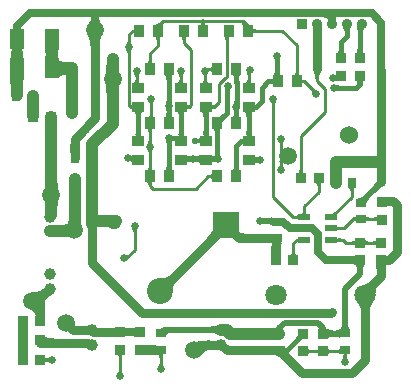
<source format=gtl>
G04*
G04 #@! TF.GenerationSoftware,Altium Limited,Altium Designer,20.0.2 (26)*
G04*
G04 Layer_Physical_Order=1*
G04 Layer_Color=255*
%FSLAX25Y25*%
%MOIN*%
G70*
G01*
G75*
%ADD10C,0.01000*%
%ADD17C,0.06000*%
%ADD18C,0.05906*%
%ADD19R,0.03543X0.03937*%
%ADD20R,0.03150X0.03543*%
%ADD21R,0.03543X0.03150*%
%ADD22R,0.03150X0.03402*%
%ADD23R,0.03937X0.03543*%
%ADD24R,0.03402X0.03175*%
%ADD25R,0.03175X0.03402*%
%ADD26R,0.04754X0.06697*%
%ADD27R,0.04221X0.02095*%
%ADD46C,0.01500*%
%ADD47C,0.04000*%
%ADD48C,0.03000*%
%ADD49C,0.02500*%
%ADD50C,0.02000*%
%ADD51R,0.02500X0.04900*%
%ADD52C,0.03543*%
%ADD53R,0.03543X0.03543*%
%ADD54C,0.08661*%
%ADD55C,0.03937*%
%ADD56C,0.07087*%
%ADD57R,0.08661X0.08661*%
%ADD58C,0.02200*%
%ADD59C,0.02500*%
G36*
X115512Y124622D02*
X116150Y122216D01*
X115906Y122436D01*
X115634Y122632D01*
X115336Y122805D01*
X115011Y122956D01*
X114659Y123083D01*
X114280Y123187D01*
X113874Y123268D01*
X112981Y123360D01*
X112495Y123372D01*
X115512Y125872D01*
Y124622D01*
D02*
G37*
G36*
X39404Y124135D02*
X39404Y123754D01*
X39426Y123381D01*
X39470Y123017D01*
X39537Y122661D01*
X39626Y122314D01*
X39738Y121976D01*
X39872Y121646D01*
X40029Y121324D01*
X40208Y121012D01*
X40409Y120707D01*
X35697Y120848D01*
X35916Y121140D01*
X36114Y121441D01*
X36289Y121753D01*
X36443Y122074D01*
X36574Y122405D01*
X36684Y122746D01*
X36772Y123098D01*
X36838Y123459D01*
X36882Y123829D01*
X36905Y124210D01*
X39404Y124135D01*
D02*
G37*
G36*
X88686Y121228D02*
X88829Y121106D01*
X88971Y120998D01*
X89113Y120905D01*
X89255Y120826D01*
X89396Y120761D01*
X89537Y120711D01*
X89678Y120674D01*
X89818Y120652D01*
X89957Y120645D01*
X87141Y120657D01*
X87129Y121364D01*
X88543D01*
X88686Y121228D01*
D02*
G37*
G36*
X60785Y121340D02*
X60769Y121306D01*
X60755Y121261D01*
X60742Y121206D01*
X60732Y121140D01*
X60717Y120978D01*
X60710Y120774D01*
X60709Y120657D01*
X57974Y120645D01*
X58114Y120652D01*
X58254Y120674D01*
X58394Y120711D01*
X58535Y120761D01*
X58676Y120826D01*
X58818Y120905D01*
X58960Y120998D01*
X59102Y121106D01*
X59245Y121228D01*
X59388Y121364D01*
X60802D01*
X60785Y121340D01*
D02*
G37*
G36*
X75425Y121469D02*
X75235Y121459D01*
X75065Y121429D01*
X74915Y121379D01*
X74785Y121309D01*
X74675Y121219D01*
X74585Y121109D01*
X74516Y120981D01*
X74550Y120898D01*
X74605Y120807D01*
X74670Y120736D01*
X74745Y120685D01*
X74830Y120655D01*
X74925Y120645D01*
X74434D01*
X74425Y120469D01*
X73425D01*
X73415Y120645D01*
X72925D01*
X73020Y120655D01*
X73105Y120685D01*
X73180Y120736D01*
X73245Y120807D01*
X73300Y120898D01*
X73333Y120981D01*
X73265Y121109D01*
X73175Y121219D01*
X73065Y121309D01*
X72935Y121379D01*
X72785Y121429D01*
X72615Y121459D01*
X72425Y121469D01*
X73925Y122469D01*
X75425Y121469D01*
D02*
G37*
G36*
X123181Y119434D02*
X123098Y119325D01*
X123024Y119207D01*
X122961Y119080D01*
X122907Y118944D01*
X122863Y118799D01*
X122828Y118646D01*
X122804Y118483D01*
X122789Y118312D01*
X122784Y118132D01*
X121284D01*
X121279Y118312D01*
X121265Y118483D01*
X121240Y118646D01*
X121206Y118799D01*
X121162Y118944D01*
X121108Y119080D01*
X121044Y119207D01*
X120970Y119325D01*
X120887Y119434D01*
X120794Y119535D01*
X123274D01*
X123181Y119434D01*
D02*
G37*
G36*
X127638Y119135D02*
X127527Y119085D01*
X127427Y119019D01*
X127338Y118940D01*
X127262Y118845D01*
X127197Y118736D01*
X127144Y118611D01*
X127103Y118472D01*
X127074Y118318D01*
X127056Y118149D01*
X127050Y117965D01*
X125550Y118769D01*
X125548Y118957D01*
X125509Y119597D01*
X125491Y119729D01*
X125446Y119961D01*
X125418Y120060D01*
X125387Y120148D01*
X127638Y119135D01*
D02*
G37*
G36*
X90658Y119605D02*
X90688Y119520D01*
X90739Y119445D01*
X90809Y119380D01*
X90900Y119325D01*
X91012Y119280D01*
X91143Y119245D01*
X91295Y119220D01*
X91467Y119205D01*
X91659Y119200D01*
Y118200D01*
X91467Y118195D01*
X91295Y118180D01*
X91143Y118155D01*
X91012Y118120D01*
X90900Y118075D01*
X90809Y118020D01*
X90739Y117955D01*
X90688Y117880D01*
X90658Y117795D01*
X90648Y117700D01*
Y119700D01*
X90658Y119605D01*
D02*
G37*
G36*
X82883Y116746D02*
X82798Y116715D01*
X82723Y116665D01*
X82658Y116594D01*
X82603Y116503D01*
X82558Y116391D01*
X82523Y116260D01*
X82498Y116108D01*
X82483Y115936D01*
X82478Y115744D01*
X81478D01*
X81473Y115936D01*
X81458Y116108D01*
X81433Y116260D01*
X81398Y116391D01*
X81353Y116503D01*
X81298Y116594D01*
X81233Y116665D01*
X81158Y116715D01*
X81073Y116746D01*
X80978Y116756D01*
X82978D01*
X82883Y116746D01*
D02*
G37*
G36*
X68530D02*
X68445Y116715D01*
X68370Y116665D01*
X68305Y116594D01*
X68251Y116503D01*
X68205Y116391D01*
X68170Y116260D01*
X68146Y116108D01*
X68130Y115936D01*
X68125Y115744D01*
X67125D01*
X67120Y115936D01*
X67106Y116108D01*
X67080Y116260D01*
X67045Y116391D01*
X67001Y116503D01*
X66945Y116594D01*
X66881Y116665D01*
X66805Y116715D01*
X66720Y116746D01*
X66625Y116756D01*
X68625D01*
X68530Y116746D01*
D02*
G37*
G36*
X59854D02*
X59769Y116715D01*
X59694Y116665D01*
X59629Y116594D01*
X59574Y116503D01*
X59529Y116391D01*
X59494Y116260D01*
X59469Y116108D01*
X59454Y115936D01*
X59449Y115744D01*
X58449D01*
X58444Y115936D01*
X58429Y116108D01*
X58404Y116260D01*
X58369Y116391D01*
X58324Y116503D01*
X58269Y116594D01*
X58204Y116665D01*
X58129Y116715D01*
X58044Y116746D01*
X57949Y116756D01*
X59949D01*
X59854Y116746D01*
D02*
G37*
G36*
X49904Y114871D02*
X49915Y114752D01*
X49934Y114638D01*
X49960Y114530D01*
X49994Y114427D01*
X50035Y114330D01*
X50084Y114237D01*
X50140Y114150D01*
X50204Y114069D01*
X50275Y113993D01*
X48525D01*
X48596Y114069D01*
X48660Y114150D01*
X48716Y114237D01*
X48765Y114330D01*
X48806Y114427D01*
X48840Y114530D01*
X48866Y114638D01*
X48885Y114752D01*
X48896Y114871D01*
X48900Y114996D01*
X49900D01*
X49904Y114871D01*
D02*
G37*
G36*
X40192Y116978D02*
X40052Y116713D01*
X39928Y116417D01*
X39821Y116089D01*
X39732Y115730D01*
X39659Y115340D01*
X39603Y114919D01*
X39542Y113982D01*
X39538Y113467D01*
X36538Y113447D01*
X36526Y113962D01*
X36452Y114897D01*
X36391Y115318D01*
X36313Y115707D01*
X36218Y116065D01*
X36107Y116391D01*
X35980Y116685D01*
X35835Y116949D01*
X35675Y117180D01*
X40350Y117212D01*
X40192Y116978D01*
D02*
G37*
G36*
X13386Y112650D02*
X13366Y112609D01*
X13349Y112541D01*
X13334Y112445D01*
X13312Y112173D01*
X13295Y111559D01*
X13294Y111300D01*
X10793D01*
X10792Y111559D01*
X10721Y112609D01*
X10701Y112650D01*
X10680Y112664D01*
X13407D01*
X13386Y112650D01*
D02*
G37*
G36*
X50147Y112097D02*
X50068Y112032D01*
X49997Y111960D01*
X49935Y111882D01*
X49881Y111797D01*
X49835Y111705D01*
X49798Y111606D01*
X49769Y111501D01*
X49748Y111389D01*
X49735Y111270D01*
X49731Y111145D01*
X48731Y111294D01*
X48728Y111417D01*
X48719Y111537D01*
X48703Y111652D01*
X48680Y111762D01*
X48652Y111868D01*
X48616Y111970D01*
X48575Y112067D01*
X48527Y112161D01*
X48473Y112249D01*
X48412Y112334D01*
X50147Y112097D01*
D02*
G37*
G36*
X127058Y112254D02*
X127080Y111997D01*
X127118Y111770D01*
X127170Y111573D01*
X127237Y111407D01*
X127320Y111271D01*
X127418Y111165D01*
X127530Y111090D01*
X127657Y111044D01*
X127800Y111029D01*
X124800D01*
X124943Y111044D01*
X125070Y111090D01*
X125182Y111165D01*
X125280Y111271D01*
X125363Y111407D01*
X125430Y111573D01*
X125482Y111770D01*
X125520Y111997D01*
X125542Y112254D01*
X125550Y112541D01*
X127050D01*
X127058Y112254D01*
D02*
G37*
G36*
X120757D02*
X120780Y111997D01*
X120817Y111770D01*
X120870Y111573D01*
X120938Y111407D01*
X121020Y111271D01*
X121117Y111165D01*
X121230Y111090D01*
X121358Y111044D01*
X121500Y111029D01*
X118500D01*
X118642Y111044D01*
X118770Y111090D01*
X118883Y111165D01*
X118980Y111271D01*
X119062Y111407D01*
X119130Y111573D01*
X119183Y111770D01*
X119220Y111997D01*
X119243Y112254D01*
X119250Y112541D01*
X120750D01*
X120757Y112254D01*
D02*
G37*
G36*
X25691Y112676D02*
X25692Y112664D01*
X26052D01*
X25983Y112624D01*
X25921Y112504D01*
X25866Y112303D01*
X25819Y112024D01*
X25779Y111664D01*
X25767Y111427D01*
X25866Y109797D01*
X25921Y109597D01*
X25983Y109476D01*
X26052Y109436D01*
X25695D01*
X25687Y108664D01*
X21687D01*
X21684Y109424D01*
X21683Y109436D01*
X21322D01*
X21392Y109476D01*
X21454Y109597D01*
X21508Y109797D01*
X21556Y110076D01*
X21596Y110436D01*
X21608Y110673D01*
X21508Y112303D01*
X21454Y112504D01*
X21392Y112624D01*
X21322Y112664D01*
X21679D01*
X21687Y113436D01*
X25687D01*
X25691Y112676D01*
D02*
G37*
G36*
X99551Y109477D02*
X99530Y109434D01*
X99511Y109379D01*
X99495Y109311D01*
X99481Y109232D01*
X99461Y109036D01*
X99451Y108791D01*
X99450Y108650D01*
X97950D01*
X97949Y108791D01*
X97919Y109232D01*
X97905Y109311D01*
X97889Y109379D01*
X97870Y109434D01*
X97849Y109477D01*
X97825Y109507D01*
X99575D01*
X99551Y109477D01*
D02*
G37*
G36*
X56856Y108564D02*
X56871Y108392D01*
X56896Y108240D01*
X56931Y108109D01*
X56976Y107997D01*
X57031Y107906D01*
X57096Y107835D01*
X57171Y107785D01*
X57256Y107754D01*
X57351Y107744D01*
X55351D01*
X55446Y107754D01*
X55531Y107785D01*
X55606Y107835D01*
X55671Y107906D01*
X55726Y107997D01*
X55771Y108109D01*
X55806Y108240D01*
X55831Y108392D01*
X55846Y108564D01*
X55851Y108756D01*
X56851D01*
X56856Y108564D01*
D02*
G37*
G36*
X77003Y104800D02*
X76993Y104895D01*
X76963Y104980D01*
X76912Y105055D01*
X76841Y105120D01*
X76750Y105175D01*
X76639Y105220D01*
X76507Y105255D01*
X76457Y105263D01*
X76442Y105260D01*
X76342Y105229D01*
X76250Y105189D01*
X76168Y105140D01*
X76094Y105083D01*
X76029Y105016D01*
X75973Y104941D01*
X75926Y104857D01*
X75366Y106515D01*
X75453Y106474D01*
X75543Y106437D01*
X75638Y106405D01*
X75737Y106377D01*
X75948Y106334D01*
X76059Y106319D01*
X76216Y106308D01*
X76356Y106320D01*
X76507Y106345D01*
X76639Y106380D01*
X76750Y106425D01*
X76841Y106480D01*
X76912Y106545D01*
X76963Y106620D01*
X76993Y106705D01*
X77003Y106800D01*
Y104800D01*
D02*
G37*
G36*
X118311Y103858D02*
X118369Y103804D01*
X118450Y103740D01*
X118537Y103684D01*
X118630Y103635D01*
X118727Y103594D01*
X118830Y103560D01*
X118939Y103534D01*
X119052Y103515D01*
X119171Y103504D01*
X119296Y103500D01*
Y102500D01*
X119171Y102496D01*
X119052Y102485D01*
X118939Y102466D01*
X118830Y102440D01*
X118727Y102406D01*
X118630Y102365D01*
X118537Y102316D01*
X118450Y102260D01*
X118369Y102196D01*
X118311Y102142D01*
Y102089D01*
X118306Y102137D01*
X118293Y102125D01*
Y102191D01*
X118275Y102237D01*
X118229Y102298D01*
X118165Y102352D01*
X118083Y102397D01*
X117983Y102434D01*
X117865Y102463D01*
X117728Y102483D01*
X117573Y102496D01*
X117400Y102500D01*
Y103500D01*
X117573Y103504D01*
X117728Y103516D01*
X117865Y103537D01*
X117983Y103566D01*
X118083Y103603D01*
X118165Y103648D01*
X118229Y103701D01*
X118275Y103763D01*
X118293Y103809D01*
Y103875D01*
X118306Y103863D01*
X118311Y103911D01*
Y103858D01*
D02*
G37*
G36*
X105754Y104564D02*
X105769Y104392D01*
X105794Y104241D01*
X105829Y104109D01*
X105874Y103998D01*
X105929Y103907D01*
X105994Y103836D01*
X106069Y103785D01*
X106154Y103755D01*
X106249Y103745D01*
X104249D01*
X104344Y103755D01*
X104429Y103785D01*
X104504Y103836D01*
X104569Y103907D01*
X104624Y103998D01*
X104669Y104109D01*
X104704Y104241D01*
X104729Y104392D01*
X104744Y104564D01*
X104749Y104757D01*
X105749D01*
X105754Y104564D01*
D02*
G37*
G36*
X99458Y104969D02*
X99480Y104712D01*
X99518Y104486D01*
X99570Y104289D01*
X99638Y104123D01*
X99720Y103987D01*
X99818Y103881D01*
X99930Y103805D01*
X100057Y103760D01*
X100200Y103745D01*
X97200D01*
X97342Y103760D01*
X97470Y103805D01*
X97583Y103881D01*
X97680Y103987D01*
X97763Y104123D01*
X97830Y104289D01*
X97882Y104486D01*
X97920Y104712D01*
X97943Y104969D01*
X97950Y105257D01*
X99450D01*
X99458Y104969D01*
D02*
G37*
G36*
X90235Y104623D02*
X90152Y104568D01*
X90078Y104505D01*
X90013Y104434D01*
X89956Y104355D01*
X89909Y104268D01*
X89869Y104174D01*
X89839Y104071D01*
X89817Y103961D01*
X89804Y103842D01*
X89800Y103716D01*
X88800Y103990D01*
X88797Y104113D01*
X88776Y104348D01*
X88758Y104459D01*
X88734Y104567D01*
X88705Y104670D01*
X88671Y104769D01*
X88631Y104865D01*
X88586Y104956D01*
X88536Y105044D01*
X90235Y104623D01*
D02*
G37*
G36*
X75604Y104431D02*
X75540Y104350D01*
X75484Y104263D01*
X75435Y104170D01*
X75394Y104073D01*
X75360Y103970D01*
X75334Y103861D01*
X75315Y103748D01*
X75304Y103629D01*
X75300Y103504D01*
X74300D01*
X74296Y103629D01*
X74285Y103748D01*
X74266Y103861D01*
X74240Y103970D01*
X74206Y104073D01*
X74165Y104170D01*
X74116Y104263D01*
X74060Y104350D01*
X73996Y104431D01*
X73925Y104507D01*
X75675D01*
X75604Y104431D01*
D02*
G37*
G36*
X67503Y104231D02*
X67440Y104150D01*
X67384Y104063D01*
X67335Y103971D01*
X67294Y103873D01*
X67260Y103770D01*
X67234Y103662D01*
X67215Y103548D01*
X67203Y103429D01*
X67200Y103305D01*
X66200D01*
X66196Y103429D01*
X66185Y103548D01*
X66166Y103662D01*
X66140Y103770D01*
X66106Y103873D01*
X66065Y103971D01*
X66016Y104063D01*
X65960Y104150D01*
X65896Y104231D01*
X65825Y104307D01*
X67575D01*
X67503Y104231D01*
D02*
G37*
G36*
X52704Y104231D02*
X52640Y104150D01*
X52584Y104063D01*
X52535Y103970D01*
X52494Y103873D01*
X52460Y103770D01*
X52434Y103662D01*
X52415Y103548D01*
X52404Y103429D01*
X52400Y103304D01*
X51400D01*
X51396Y103429D01*
X51385Y103548D01*
X51366Y103662D01*
X51340Y103770D01*
X51306Y103873D01*
X51265Y103970D01*
X51216Y104063D01*
X51160Y104150D01*
X51096Y104231D01*
X51025Y104307D01*
X52775D01*
X52704Y104231D01*
D02*
G37*
G36*
X26092Y109183D02*
X26212Y108955D01*
X26412Y108755D01*
X26692Y108581D01*
X27052Y108434D01*
X27492Y108314D01*
X28012Y108220D01*
X28612Y108153D01*
X30052Y108100D01*
Y104100D01*
X29292Y104087D01*
X28012Y103980D01*
X27492Y103886D01*
X27052Y103766D01*
X26692Y103619D01*
X26412Y103445D01*
X26212Y103245D01*
X26092Y103017D01*
X26052Y102764D01*
Y109436D01*
X26092Y109183D01*
D02*
G37*
G36*
X86558Y103840D02*
X86430Y103795D01*
X86317Y103719D01*
X86220Y103613D01*
X86137Y103477D01*
X86070Y103311D01*
X86018Y103114D01*
X85980Y102888D01*
X85957Y102631D01*
X85950Y102343D01*
X84450D01*
X84443Y102631D01*
X84420Y102888D01*
X84382Y103114D01*
X84330Y103311D01*
X84263Y103477D01*
X84180Y103613D01*
X84083Y103719D01*
X83970Y103795D01*
X83842Y103840D01*
X83700Y103855D01*
X86700D01*
X86558Y103840D01*
D02*
G37*
G36*
X64007D02*
X63880Y103795D01*
X63767Y103719D01*
X63670Y103613D01*
X63587Y103477D01*
X63520Y103311D01*
X63467Y103114D01*
X63430Y102888D01*
X63407Y102631D01*
X63400Y102343D01*
X61900D01*
X61892Y102631D01*
X61870Y102888D01*
X61832Y103114D01*
X61780Y103311D01*
X61712Y103477D01*
X61630Y103613D01*
X61532Y103719D01*
X61420Y103795D01*
X61292Y103840D01*
X61150Y103855D01*
X64150D01*
X64007Y103840D01*
D02*
G37*
G36*
X112904Y104831D02*
X112878Y104799D01*
X113217D01*
X113100Y104645D01*
X112995Y104459D01*
X112902Y104240D01*
X112822Y103989D01*
X112754Y103705D01*
X112699Y103389D01*
X112625Y102659D01*
X112606Y102246D01*
X112600Y101800D01*
X111600D01*
X111594Y102246D01*
X111501Y103389D01*
X111446Y103705D01*
X111378Y103989D01*
X111298Y104240D01*
X111205Y104459D01*
X111100Y104645D01*
X110983Y104799D01*
X111322D01*
X111296Y104831D01*
X111225Y104907D01*
X112975D01*
X112904Y104831D01*
D02*
G37*
G36*
X89805Y102216D02*
X89820Y102044D01*
X89845Y101893D01*
X89880Y101761D01*
X89925Y101650D01*
X89980Y101559D01*
X90045Y101488D01*
X90120Y101437D01*
X90205Y101407D01*
X90300Y101397D01*
X88300D01*
X88395Y101407D01*
X88480Y101437D01*
X88555Y101488D01*
X88620Y101559D01*
X88675Y101650D01*
X88720Y101761D01*
X88755Y101893D01*
X88780Y102044D01*
X88795Y102216D01*
X88800Y102409D01*
X89800D01*
X89805Y102216D01*
D02*
G37*
G36*
X75305D02*
X75320Y102044D01*
X75345Y101893D01*
X75380Y101761D01*
X75425Y101650D01*
X75480Y101559D01*
X75545Y101488D01*
X75620Y101437D01*
X75705Y101407D01*
X75800Y101397D01*
X73800D01*
X73895Y101407D01*
X73980Y101437D01*
X74055Y101488D01*
X74120Y101559D01*
X74175Y101650D01*
X74220Y101761D01*
X74255Y101893D01*
X74280Y102044D01*
X74295Y102216D01*
X74300Y102409D01*
X75300D01*
X75305Y102216D01*
D02*
G37*
G36*
X67205D02*
X67220Y102044D01*
X67245Y101893D01*
X67280Y101761D01*
X67325Y101650D01*
X67380Y101559D01*
X67445Y101488D01*
X67520Y101437D01*
X67605Y101407D01*
X67700Y101397D01*
X65700D01*
X65795Y101407D01*
X65880Y101437D01*
X65955Y101488D01*
X66020Y101559D01*
X66075Y101650D01*
X66120Y101761D01*
X66155Y101893D01*
X66180Y102044D01*
X66195Y102216D01*
X66200Y102409D01*
X67200D01*
X67205Y102216D01*
D02*
G37*
G36*
X52405D02*
X52420Y102044D01*
X52445Y101893D01*
X52480Y101761D01*
X52525Y101650D01*
X52580Y101559D01*
X52645Y101488D01*
X52720Y101437D01*
X52805Y101407D01*
X52900Y101397D01*
X50900D01*
X50995Y101407D01*
X51080Y101437D01*
X51155Y101488D01*
X51220Y101559D01*
X51275Y101650D01*
X51320Y101761D01*
X51355Y101893D01*
X51380Y102044D01*
X51395Y102216D01*
X51400Y102409D01*
X52400D01*
X52405Y102216D01*
D02*
G37*
G36*
X107005Y102536D02*
X107029Y102487D01*
X107069Y102443D01*
X107125Y102405D01*
X107197Y102373D01*
X107286Y102347D01*
X107390Y102326D01*
X107511Y102312D01*
X107647Y102303D01*
X107800Y102300D01*
Y101300D01*
X107647Y101297D01*
X107390Y101274D01*
X107286Y101254D01*
X107197Y101227D01*
X107125Y101195D01*
X107069Y101158D01*
X107029Y101114D01*
X107005Y101064D01*
X106997Y101009D01*
Y102591D01*
X107005Y102536D01*
D02*
G37*
G36*
X127219Y101961D02*
X127184Y101932D01*
X127152Y101884D01*
X127125Y101816D01*
X127102Y101728D01*
X127083Y101621D01*
X127069Y101495D01*
X127052Y101184D01*
X127050Y101000D01*
X125550D01*
X125548Y101184D01*
X125517Y101621D01*
X125498Y101728D01*
X125475Y101816D01*
X125448Y101884D01*
X125416Y101932D01*
X125381Y101961D01*
X125341Y101971D01*
X127259D01*
X127219Y101961D01*
D02*
G37*
G36*
X97191Y100410D02*
X97177Y100531D01*
X97135Y100640D01*
X97066Y100736D01*
X96968Y100820D01*
X96843Y100890D01*
X96690Y100948D01*
X96509Y100993D01*
X96301Y101025D01*
X96064Y101044D01*
X95800Y101050D01*
Y102550D01*
X96064Y102557D01*
X96301Y102576D01*
X96509Y102608D01*
X96690Y102653D01*
X96843Y102710D01*
X96968Y102781D01*
X97066Y102864D01*
X97135Y102960D01*
X97177Y103069D01*
X97191Y103191D01*
Y100410D01*
D02*
G37*
G36*
X118623Y100551D02*
X118666Y100530D01*
X118721Y100511D01*
X118789Y100495D01*
X118868Y100481D01*
X119064Y100461D01*
X119309Y100451D01*
X119450Y100450D01*
Y98950D01*
X119309Y98949D01*
X118868Y98919D01*
X118789Y98905D01*
X118721Y98889D01*
X118666Y98870D01*
X118623Y98849D01*
X118593Y98825D01*
Y100575D01*
X118623Y100551D01*
D02*
G37*
G36*
X14339Y102724D02*
X14277Y102603D01*
X14222Y102403D01*
X14175Y102124D01*
X14135Y101763D01*
X14058Y100204D01*
X14043Y98764D01*
X10044D01*
X10040Y99524D01*
X9865Y102403D01*
X9810Y102603D01*
X9748Y102724D01*
X9679Y102764D01*
X14409D01*
X14339Y102724D01*
D02*
G37*
G36*
X82995Y99152D02*
X82958Y99129D01*
X82925Y99093D01*
X82895Y99043D01*
X82870Y98981D01*
X82849Y98906D01*
X82831Y98818D01*
X82818Y98717D01*
X82802Y98476D01*
X82800Y98336D01*
X81300Y99200D01*
X81362Y99782D01*
X82995Y99152D01*
D02*
G37*
G36*
X110977Y99335D02*
X111069Y99258D01*
X111162Y99190D01*
X111257Y99130D01*
X111353Y99079D01*
X111451Y99036D01*
X111551Y99001D01*
X111652Y98975D01*
X111754Y98958D01*
X111858Y98949D01*
X110553Y97783D01*
X110555Y97887D01*
X110547Y97989D01*
X110530Y98090D01*
X110503Y98190D01*
X110466Y98288D01*
X110419Y98384D01*
X110363Y98480D01*
X110297Y98573D01*
X110222Y98666D01*
X110136Y98757D01*
X110887Y99420D01*
X110977Y99335D01*
D02*
G37*
G36*
X45904Y108009D02*
X46127Y104715D01*
X46187Y104526D01*
X46255Y104407D01*
X43933Y102496D01*
X46251Y100589D01*
X46184Y100471D01*
X46125Y100283D01*
X45904Y96992D01*
X45900Y96240D01*
X41900Y96424D01*
X41849Y99469D01*
X41800Y100166D01*
X41769Y100403D01*
X41734Y100566D01*
X41695Y100655D01*
X43933Y102496D01*
X41691Y104341D01*
X41731Y104430D01*
X41766Y104594D01*
X41798Y104832D01*
X41848Y105530D01*
X41900Y108576D01*
X45900Y108760D01*
X45904Y108009D01*
D02*
G37*
G36*
X86050Y94967D02*
X86051Y94825D01*
X86084Y94307D01*
X86096Y94241D01*
X86110Y94188D01*
X86126Y94148D01*
X86144Y94120D01*
X84399Y94260D01*
X84428Y94291D01*
X84453Y94334D01*
X84476Y94390D01*
X84496Y94458D01*
X84512Y94537D01*
X84526Y94629D01*
X84544Y94849D01*
X84550Y95118D01*
X86050Y94967D01*
D02*
G37*
G36*
X57604Y94931D02*
X57540Y94850D01*
X57484Y94763D01*
X57435Y94670D01*
X57394Y94573D01*
X57360Y94470D01*
X57334Y94362D01*
X57315Y94248D01*
X57304Y94129D01*
X57300Y94004D01*
X56300D01*
X56296Y94129D01*
X56285Y94248D01*
X56266Y94362D01*
X56240Y94470D01*
X56206Y94573D01*
X56165Y94670D01*
X56116Y94763D01*
X56060Y94850D01*
X55996Y94931D01*
X55925Y95007D01*
X57675D01*
X57604Y94931D01*
D02*
G37*
G36*
X98342Y94864D02*
X98280Y94780D01*
X98226Y94691D01*
X98180Y94597D01*
X98140Y94498D01*
X98108Y94394D01*
X98082Y94285D01*
X98064Y94171D01*
X98054Y94052D01*
X98050Y93928D01*
X97050Y93884D01*
X97046Y94008D01*
X97035Y94127D01*
X97015Y94241D01*
X96988Y94348D01*
X96953Y94450D01*
X96910Y94546D01*
X96860Y94636D01*
X96801Y94721D01*
X96735Y94800D01*
X96661Y94873D01*
X98410Y94943D01*
X98342Y94864D01*
D02*
G37*
G36*
X76854Y94250D02*
X76885Y94166D01*
X76935Y94092D01*
X77005Y94028D01*
X77096Y93974D01*
X77206Y93929D01*
X77337Y93894D01*
X77488Y93870D01*
X77659Y93855D01*
X77850Y93850D01*
Y92850D01*
X77659Y92845D01*
X77488Y92830D01*
X77337Y92806D01*
X77206Y92771D01*
X77096Y92727D01*
X77005Y92672D01*
X76935Y92608D01*
X76885Y92534D01*
X76854Y92450D01*
X76844Y92356D01*
Y92848D01*
X75430Y92819D01*
Y93881D01*
X75451Y93875D01*
X75501Y93870D01*
X75689Y93861D01*
X76844Y93851D01*
Y94344D01*
X76854Y94250D01*
D02*
G37*
G36*
X68650Y93926D02*
X68669Y93910D01*
X68699Y93896D01*
X68741Y93884D01*
X68796Y93874D01*
X68862Y93865D01*
X69032Y93854D01*
X69250Y93850D01*
Y92850D01*
X69135Y92849D01*
X68796Y92827D01*
X68741Y92816D01*
X68699Y92804D01*
X68669Y92790D01*
X68650Y92774D01*
X68644Y92756D01*
Y92848D01*
X67230Y92819D01*
Y93881D01*
X67251Y93875D01*
X67301Y93870D01*
X67489Y93861D01*
X68644Y93851D01*
Y93944D01*
X68650Y93926D01*
D02*
G37*
G36*
X63400Y95311D02*
X63401Y95169D01*
X63440Y94650D01*
X63454Y94583D01*
X63470Y94529D01*
X63489Y94487D01*
X63510Y94457D01*
X62670Y93600D01*
X61761Y94527D01*
X61788Y94558D01*
X61811Y94601D01*
X61832Y94657D01*
X61850Y94725D01*
X61865Y94804D01*
X61878Y94896D01*
X61894Y95117D01*
X61900Y95386D01*
X63400Y95311D01*
D02*
G37*
G36*
X50555Y93852D02*
X51970Y93881D01*
Y92819D01*
X51949Y92825D01*
X51899Y92830D01*
X51710Y92839D01*
X50555Y92849D01*
Y92607D01*
X50548Y92653D01*
X50525Y92694D01*
X50487Y92731D01*
X50434Y92763D01*
X50366Y92789D01*
X50283Y92811D01*
X50185Y92828D01*
X50072Y92840D01*
X49800Y92850D01*
Y93850D01*
X49944Y93853D01*
X50185Y93872D01*
X50283Y93889D01*
X50366Y93911D01*
X50434Y93938D01*
X50487Y93969D01*
X50525Y94006D01*
X50548Y94047D01*
X50555Y94093D01*
Y93852D01*
D02*
G37*
G36*
X63510Y92743D02*
X63489Y92713D01*
X63470Y92671D01*
X63454Y92617D01*
X63440Y92550D01*
X63401Y92031D01*
X63400Y91889D01*
X61900Y91814D01*
X61894Y92084D01*
X61878Y92304D01*
X61865Y92396D01*
X61850Y92475D01*
X61832Y92543D01*
X61811Y92599D01*
X61788Y92642D01*
X61761Y92673D01*
X62670Y93600D01*
X63510Y92743D01*
D02*
G37*
G36*
X86051Y92377D02*
X86030Y92334D01*
X86011Y92279D01*
X85995Y92211D01*
X85981Y92132D01*
X85961Y91936D01*
X85951Y91691D01*
X85950Y91550D01*
X84450D01*
X84449Y91691D01*
X84419Y92132D01*
X84405Y92211D01*
X84389Y92279D01*
X84370Y92334D01*
X84349Y92377D01*
X84325Y92407D01*
X86075D01*
X86051Y92377D01*
D02*
G37*
G36*
X90657Y91576D02*
X90530Y91531D01*
X90417Y91456D01*
X90320Y91351D01*
X90237Y91216D01*
X90170Y91051D01*
X90117Y90856D01*
X90080Y90631D01*
X90057Y90376D01*
X90050Y90091D01*
X88550D01*
X88542Y90376D01*
X88520Y90631D01*
X88482Y90856D01*
X88430Y91051D01*
X88362Y91216D01*
X88280Y91351D01*
X88182Y91456D01*
X88070Y91531D01*
X87942Y91576D01*
X87800Y91591D01*
X90800D01*
X90657Y91576D01*
D02*
G37*
G36*
X76257D02*
X76130Y91531D01*
X76017Y91456D01*
X75920Y91351D01*
X75837Y91216D01*
X75770Y91051D01*
X75717Y90856D01*
X75680Y90631D01*
X75657Y90376D01*
X75650Y90091D01*
X74150D01*
X74142Y90376D01*
X74120Y90631D01*
X74082Y90856D01*
X74030Y91051D01*
X73962Y91216D01*
X73880Y91351D01*
X73782Y91456D01*
X73670Y91531D01*
X73542Y91576D01*
X73400Y91591D01*
X76400D01*
X76257Y91576D01*
D02*
G37*
G36*
X68111D02*
X67983Y91531D01*
X67871Y91456D01*
X67773Y91351D01*
X67691Y91216D01*
X67623Y91051D01*
X67571Y90856D01*
X67533Y90631D01*
X67511Y90376D01*
X67503Y90091D01*
X66003D01*
X65996Y90376D01*
X65973Y90631D01*
X65936Y90856D01*
X65883Y91051D01*
X65816Y91216D01*
X65733Y91351D01*
X65636Y91456D01*
X65523Y91531D01*
X65396Y91576D01*
X65253Y91591D01*
X68253D01*
X68111Y91576D01*
D02*
G37*
G36*
X53857D02*
X53730Y91531D01*
X53617Y91456D01*
X53520Y91351D01*
X53437Y91216D01*
X53370Y91051D01*
X53317Y90856D01*
X53280Y90631D01*
X53257Y90376D01*
X53250Y90091D01*
X51750D01*
X51742Y90376D01*
X51720Y90631D01*
X51682Y90856D01*
X51630Y91051D01*
X51562Y91216D01*
X51480Y91351D01*
X51382Y91456D01*
X51270Y91531D01*
X51142Y91576D01*
X51000Y91591D01*
X54000D01*
X53857Y91576D01*
D02*
G37*
G36*
X85957Y91169D02*
X85980Y90912D01*
X86018Y90685D01*
X86070Y90489D01*
X86137Y90323D01*
X86220Y90186D01*
X86317Y90081D01*
X86430Y90005D01*
X86558Y89960D01*
X86700Y89944D01*
X83700D01*
X83842Y89960D01*
X83970Y90005D01*
X84083Y90081D01*
X84180Y90186D01*
X84263Y90323D01*
X84330Y90489D01*
X84382Y90685D01*
X84420Y90912D01*
X84443Y91169D01*
X84450Y91457D01*
X85950D01*
X85957Y91169D01*
D02*
G37*
G36*
X63407D02*
X63430Y90912D01*
X63467Y90685D01*
X63520Y90489D01*
X63587Y90323D01*
X63670Y90186D01*
X63767Y90081D01*
X63880Y90005D01*
X64007Y89960D01*
X64150Y89944D01*
X61150D01*
X61292Y89960D01*
X61420Y90005D01*
X61532Y90081D01*
X61630Y90186D01*
X61712Y90323D01*
X61780Y90489D01*
X61832Y90685D01*
X61870Y90912D01*
X61892Y91169D01*
X61900Y91457D01*
X63400D01*
X63407Y91169D01*
D02*
G37*
G36*
X57305Y90764D02*
X57320Y90592D01*
X57345Y90440D01*
X57380Y90309D01*
X57425Y90197D01*
X57480Y90106D01*
X57545Y90036D01*
X57620Y89985D01*
X57705Y89955D01*
X57800Y89944D01*
X55800D01*
X55895Y89955D01*
X55980Y89985D01*
X56055Y90036D01*
X56120Y90106D01*
X56175Y90197D01*
X56220Y90309D01*
X56255Y90440D01*
X56280Y90592D01*
X56295Y90764D01*
X56300Y90956D01*
X57300D01*
X57305Y90764D01*
D02*
G37*
G36*
X81571Y89759D02*
X81283Y89461D01*
X80828Y88921D01*
X80661Y88680D01*
X80535Y88458D01*
X80449Y88256D01*
X80404Y88073D01*
X80399Y87909D01*
X80434Y87764D01*
X80510Y87638D01*
X78586Y89956D01*
X78694Y89863D01*
X78825Y89814D01*
X78979Y89808D01*
X79156Y89848D01*
X79357Y89932D01*
X79581Y90060D01*
X79827Y90233D01*
X80098Y90450D01*
X80707Y91017D01*
X81571Y89759D01*
D02*
G37*
G36*
X57256Y86045D02*
X57171Y86015D01*
X57096Y85964D01*
X57031Y85894D01*
X56976Y85803D01*
X56931Y85691D01*
X56896Y85560D01*
X56871Y85408D01*
X56856Y85236D01*
X56851Y85044D01*
X55851D01*
X55846Y85236D01*
X55831Y85408D01*
X55806Y85560D01*
X55771Y85691D01*
X55726Y85803D01*
X55671Y85894D01*
X55606Y85964D01*
X55531Y86015D01*
X55446Y86045D01*
X55351Y86055D01*
X57351D01*
X57256Y86045D01*
D02*
G37*
G36*
X80108Y86040D02*
X79981Y85995D01*
X79868Y85919D01*
X79771Y85814D01*
X79688Y85677D01*
X79621Y85511D01*
X79568Y85315D01*
X79531Y85088D01*
X79508Y84831D01*
X79501Y84544D01*
X78001D01*
X77993Y84831D01*
X77971Y85088D01*
X77933Y85315D01*
X77881Y85511D01*
X77813Y85677D01*
X77731Y85814D01*
X77633Y85919D01*
X77521Y85995D01*
X77393Y86040D01*
X77251Y86055D01*
X80251D01*
X80108Y86040D01*
D02*
G37*
G36*
X90057Y85024D02*
X90080Y84769D01*
X90117Y84544D01*
X90170Y84349D01*
X90237Y84184D01*
X90320Y84049D01*
X90417Y83944D01*
X90530Y83869D01*
X90657Y83824D01*
X90800Y83809D01*
X87800D01*
X87942Y83824D01*
X88070Y83869D01*
X88182Y83944D01*
X88280Y84049D01*
X88362Y84184D01*
X88430Y84349D01*
X88482Y84544D01*
X88520Y84769D01*
X88542Y85024D01*
X88550Y85309D01*
X90050D01*
X90057Y85024D01*
D02*
G37*
G36*
X75657D02*
X75680Y84769D01*
X75717Y84544D01*
X75770Y84349D01*
X75837Y84184D01*
X75920Y84049D01*
X76017Y83944D01*
X76130Y83869D01*
X76257Y83824D01*
X76400Y83809D01*
X73400D01*
X73542Y83824D01*
X73670Y83869D01*
X73782Y83944D01*
X73880Y84049D01*
X73962Y84184D01*
X74030Y84349D01*
X74082Y84544D01*
X74120Y84769D01*
X74142Y85024D01*
X74150Y85309D01*
X75650D01*
X75657Y85024D01*
D02*
G37*
G36*
X67511D02*
X67533Y84769D01*
X67571Y84544D01*
X67623Y84349D01*
X67691Y84184D01*
X67773Y84049D01*
X67871Y83944D01*
X67983Y83869D01*
X68111Y83824D01*
X68253Y83809D01*
X65253D01*
X65396Y83824D01*
X65523Y83869D01*
X65636Y83944D01*
X65733Y84049D01*
X65816Y84184D01*
X65883Y84349D01*
X65936Y84544D01*
X65973Y84769D01*
X65996Y85024D01*
X66003Y85309D01*
X67503D01*
X67511Y85024D01*
D02*
G37*
G36*
X53257D02*
X53280Y84769D01*
X53317Y84544D01*
X53370Y84349D01*
X53437Y84184D01*
X53520Y84049D01*
X53617Y83944D01*
X53730Y83869D01*
X53857Y83824D01*
X54000Y83809D01*
X51000D01*
X51142Y83824D01*
X51270Y83869D01*
X51382Y83944D01*
X51480Y84049D01*
X51562Y84184D01*
X51630Y84349D01*
X51682Y84544D01*
X51720Y84769D01*
X51742Y85024D01*
X51750Y85309D01*
X53250D01*
X53257Y85024D01*
D02*
G37*
G36*
X64809Y81382D02*
X64793Y81524D01*
X64747Y81652D01*
X64671Y81765D01*
X64565Y81862D01*
X64429Y81945D01*
X64262Y82012D01*
X64066Y82064D01*
X63840Y82102D01*
X63809Y82105D01*
X63750Y82101D01*
X63671Y82087D01*
X63603Y82071D01*
X63548Y82052D01*
X63505Y82031D01*
X63492Y82021D01*
X63484Y82009D01*
X63467Y81968D01*
X63451Y81914D01*
X63437Y81847D01*
X63426Y81768D01*
X63409Y81573D01*
X63400Y81187D01*
X61900Y81085D01*
X61898Y81225D01*
X61864Y81666D01*
X61848Y81745D01*
X61830Y81813D01*
X61808Y81868D01*
X61784Y81912D01*
X61757Y81943D01*
X63475Y82037D01*
Y82127D01*
X63297Y82132D01*
Y83632D01*
X63475Y83633D01*
Y83757D01*
X63505Y83733D01*
X63548Y83712D01*
X63603Y83693D01*
X63671Y83677D01*
X63750Y83663D01*
X63863Y83652D01*
X64557Y83696D01*
X64662Y83719D01*
X64737Y83745D01*
X64782Y83776D01*
X64797Y83809D01*
X64809Y81382D01*
D02*
G37*
G36*
X72956Y82553D02*
X74370Y82581D01*
Y81520D01*
X74349Y81525D01*
X74299Y81531D01*
X74110Y81539D01*
X73038Y81549D01*
X72988Y81547D01*
X72956Y81545D01*
Y81050D01*
X72946Y81145D01*
X72915Y81230D01*
X72865Y81305D01*
X72794Y81370D01*
X72703Y81425D01*
X72592Y81470D01*
X72523Y81440D01*
X72452Y81401D01*
X72389Y81355D01*
X72332Y81303D01*
X72283Y81245D01*
X72243Y81536D01*
X72136Y81545D01*
X71944Y81550D01*
Y82550D01*
X72103Y82554D01*
X72073Y82770D01*
X72133Y82728D01*
X72199Y82691D01*
X72271Y82658D01*
X72349Y82629D01*
X72434Y82605D01*
X72469Y82598D01*
X72591Y82630D01*
X72703Y82675D01*
X72794Y82730D01*
X72865Y82795D01*
X72915Y82870D01*
X72946Y82955D01*
X72956Y83050D01*
Y82553D01*
D02*
G37*
G36*
X100904Y81731D02*
X100840Y81650D01*
X100784Y81563D01*
X100735Y81470D01*
X100694Y81373D01*
X100660Y81270D01*
X100634Y81161D01*
X100615Y81048D01*
X100604Y80929D01*
X100600Y80804D01*
X99600D01*
X99596Y80929D01*
X99585Y81048D01*
X99566Y81161D01*
X99540Y81270D01*
X99506Y81373D01*
X99465Y81470D01*
X99416Y81563D01*
X99360Y81650D01*
X99296Y81731D01*
X99225Y81807D01*
X100975D01*
X100904Y81731D01*
D02*
G37*
G36*
X56855Y81824D02*
X56867Y81706D01*
X56888Y81594D01*
X56917Y81488D01*
X56954Y81389D01*
X56999Y81296D01*
X57052Y81210D01*
X57114Y81130D01*
X57184Y81057D01*
X57262Y80991D01*
X56291Y80000D01*
X57262Y79009D01*
X57184Y78943D01*
X57114Y78870D01*
X57052Y78790D01*
X56999Y78704D01*
X56954Y78611D01*
X56917Y78512D01*
X56888Y78406D01*
X56867Y78294D01*
X56855Y78175D01*
X56851Y78050D01*
X55851Y78182D01*
X55848Y78306D01*
X55838Y78425D01*
X55822Y78540D01*
X55799Y78650D01*
X55769Y78756D01*
X55733Y78857D01*
X55691Y78954D01*
X55642Y79046D01*
X55587Y79135D01*
X55525Y79218D01*
X56291Y80000D01*
X55525Y80782D01*
X55587Y80865D01*
X55642Y80954D01*
X55691Y81046D01*
X55733Y81143D01*
X55769Y81244D01*
X55799Y81350D01*
X55822Y81460D01*
X55838Y81575D01*
X55848Y81695D01*
X55851Y81818D01*
X56851Y81950D01*
X56855Y81824D01*
D02*
G37*
G36*
X100897Y79398D02*
X99563Y77908D01*
X99570Y77935D01*
X99576Y77981D01*
X99587Y78126D01*
X99600Y78995D01*
X100600Y80214D01*
X100897Y79398D01*
D02*
G37*
G36*
X32807Y77860D02*
X29682D01*
X29694Y77890D01*
X29704Y77980D01*
X29714Y78130D01*
X29744Y80860D01*
X32745D01*
X32807Y77860D01*
D02*
G37*
G36*
X50446Y76858D02*
X50609Y76851D01*
X50750Y76850D01*
Y75350D01*
X50609Y75349D01*
X50453Y75338D01*
X50456Y74656D01*
X50441Y74788D01*
X50397Y74906D01*
X50323Y75010D01*
X50221Y75100D01*
X50090Y75177D01*
X49930Y75239D01*
X49916Y75243D01*
X49893Y75225D01*
Y75249D01*
X49741Y75288D01*
X49523Y75322D01*
X49276Y75343D01*
X49000Y75350D01*
Y76850D01*
X49274Y76857D01*
X49520Y76876D01*
X49736Y76909D01*
X49893Y76948D01*
Y76975D01*
X49919Y76955D01*
X49924Y76956D01*
X50083Y77015D01*
X50213Y77088D01*
X50314Y77174D01*
X50386Y77273D01*
X50429Y77385D01*
X50444Y77510D01*
X50446Y76858D01*
D02*
G37*
G36*
X79503Y77755D02*
X79529Y77409D01*
X79545Y77319D01*
X79565Y77240D01*
X79588Y77174D01*
X79615Y77120D01*
X79646Y77078D01*
X79680Y77049D01*
X78226Y76753D01*
X78357Y76750D01*
Y75250D01*
X78107Y75244D01*
Y75125D01*
X78077Y75149D01*
X78034Y75170D01*
X77979Y75189D01*
X77911Y75205D01*
X77832Y75219D01*
X77816Y75220D01*
X77812Y75220D01*
X77586Y75182D01*
X77389Y75130D01*
X77223Y75063D01*
X77087Y74980D01*
X76981Y74883D01*
X76905Y74770D01*
X76860Y74642D01*
X76845Y74500D01*
Y77500D01*
X76860Y77358D01*
X76905Y77230D01*
X76981Y77118D01*
X77087Y77020D01*
X77223Y76938D01*
X77389Y76870D01*
X77586Y76818D01*
X77812Y76780D01*
X77813Y76780D01*
X77832Y76781D01*
X77911Y76795D01*
X77979Y76811D01*
X77984Y76813D01*
X77992Y76927D01*
X78001Y77501D01*
X79501Y77895D01*
X79503Y77755D01*
D02*
G37*
G36*
X72956Y74500D02*
X72941Y74642D01*
X72895Y74770D01*
X72820Y74883D01*
X72714Y74980D01*
X72578Y75063D01*
X72411Y75130D01*
X72215Y75182D01*
X71988Y75220D01*
X71900Y75228D01*
X71768Y75219D01*
X71689Y75205D01*
X71621Y75189D01*
X71566Y75170D01*
X71523Y75149D01*
X71493Y75125D01*
Y75249D01*
X71444Y75250D01*
Y76750D01*
X71493Y76751D01*
Y76875D01*
X71523Y76851D01*
X71566Y76830D01*
X71621Y76811D01*
X71689Y76795D01*
X71768Y76781D01*
X71876Y76770D01*
X71988Y76780D01*
X72215Y76818D01*
X72411Y76870D01*
X72578Y76938D01*
X72714Y77020D01*
X72820Y77118D01*
X72895Y77230D01*
X72941Y77358D01*
X72956Y77500D01*
Y74500D01*
D02*
G37*
G36*
X68713Y77358D02*
X68758Y77230D01*
X68834Y77118D01*
X68940Y77020D01*
X69076Y76938D01*
X69242Y76870D01*
X69438Y76818D01*
X69537Y76801D01*
X69579Y76811D01*
X69634Y76830D01*
X69677Y76851D01*
X69707Y76875D01*
Y76776D01*
X69922Y76758D01*
X70210Y76750D01*
Y75250D01*
X69922Y75243D01*
X69707Y75224D01*
Y75125D01*
X69677Y75149D01*
X69634Y75170D01*
X69579Y75189D01*
X69537Y75199D01*
X69438Y75182D01*
X69242Y75130D01*
X69076Y75063D01*
X68940Y74980D01*
X68834Y74883D01*
X68758Y74770D01*
X68713Y74642D01*
X68698Y74500D01*
Y77500D01*
X68713Y77358D01*
D02*
G37*
G36*
X91260Y77108D02*
X91305Y76981D01*
X91381Y76868D01*
X91487Y76771D01*
X91623Y76688D01*
X91789Y76621D01*
X91986Y76568D01*
X92056Y76557D01*
X92079Y76562D01*
X92134Y76581D01*
X92177Y76602D01*
X92207Y76626D01*
Y76532D01*
X92212Y76531D01*
X92469Y76508D01*
X92757Y76501D01*
Y75001D01*
X92469Y74993D01*
X92212Y74971D01*
X92207Y74970D01*
Y74876D01*
X92177Y74900D01*
X92134Y74921D01*
X92079Y74940D01*
X92056Y74945D01*
X91986Y74933D01*
X91789Y74881D01*
X91623Y74813D01*
X91487Y74731D01*
X91381Y74633D01*
X91305Y74521D01*
X91260Y74393D01*
X91245Y74251D01*
Y77251D01*
X91260Y77108D01*
D02*
G37*
G36*
X100897Y74202D02*
X100674Y73588D01*
X100694Y73527D01*
X100735Y73430D01*
X100784Y73337D01*
X100840Y73250D01*
X100904Y73169D01*
X100975Y73093D01*
X99225D01*
X99296Y73169D01*
X99360Y73250D01*
X99416Y73337D01*
X99465Y73430D01*
X99506Y73527D01*
X99540Y73630D01*
X99566Y73738D01*
X99585Y73852D01*
X99596Y73971D01*
X99600Y74096D01*
X100018D01*
X99600Y74605D01*
X99563Y75692D01*
X100897Y74202D01*
D02*
G37*
G36*
X85807Y73269D02*
X85830Y73012D01*
X85867Y72785D01*
X85920Y72589D01*
X85987Y72422D01*
X86070Y72286D01*
X86167Y72181D01*
X86280Y72105D01*
X86407Y72060D01*
X86550Y72044D01*
X83550D01*
X83692Y72060D01*
X83820Y72105D01*
X83932Y72181D01*
X84030Y72286D01*
X84112Y72422D01*
X84180Y72589D01*
X84232Y72785D01*
X84270Y73012D01*
X84292Y73269D01*
X84300Y73557D01*
X85800D01*
X85807Y73269D01*
D02*
G37*
G36*
X63407D02*
X63430Y73012D01*
X63467Y72785D01*
X63520Y72589D01*
X63587Y72422D01*
X63670Y72286D01*
X63767Y72181D01*
X63880Y72105D01*
X64007Y72060D01*
X64150Y72044D01*
X61150D01*
X61292Y72060D01*
X61420Y72105D01*
X61532Y72181D01*
X61630Y72286D01*
X61712Y72422D01*
X61780Y72589D01*
X61832Y72785D01*
X61870Y73012D01*
X61892Y73269D01*
X61900Y73557D01*
X63400D01*
X63407Y73269D01*
D02*
G37*
G36*
X56856Y72864D02*
X56871Y72692D01*
X56896Y72540D01*
X56931Y72409D01*
X56976Y72298D01*
X57031Y72206D01*
X57096Y72136D01*
X57171Y72085D01*
X57256Y72055D01*
X57351Y72044D01*
X55351D01*
X55446Y72055D01*
X55531Y72085D01*
X55606Y72136D01*
X55671Y72206D01*
X55726Y72298D01*
X55771Y72409D01*
X55806Y72540D01*
X55831Y72692D01*
X55846Y72864D01*
X55851Y73057D01*
X56851D01*
X56856Y72864D01*
D02*
G37*
G36*
X107105Y72099D02*
X107120Y71929D01*
X107145Y71779D01*
X107180Y71649D01*
X107225Y71539D01*
X107280Y71449D01*
X107345Y71379D01*
X107420Y71329D01*
X107505Y71299D01*
X107600Y71289D01*
X105600D01*
X105695Y71299D01*
X105780Y71329D01*
X105855Y71379D01*
X105920Y71449D01*
X105975Y71539D01*
X106020Y71649D01*
X106055Y71779D01*
X106080Y71929D01*
X106095Y72099D01*
X106100Y72289D01*
X107100D01*
X107105Y72099D01*
D02*
G37*
G36*
X77003Y69100D02*
X76993Y69195D01*
X76963Y69280D01*
X76912Y69355D01*
X76841Y69420D01*
X76750Y69475D01*
X76639Y69520D01*
X76507Y69555D01*
X76356Y69580D01*
X76184Y69595D01*
X75991Y69600D01*
Y70600D01*
X76184Y70605D01*
X76356Y70620D01*
X76507Y70645D01*
X76639Y70680D01*
X76750Y70725D01*
X76841Y70780D01*
X76912Y70845D01*
X76963Y70920D01*
X76993Y71005D01*
X77003Y71100D01*
Y69100D01*
D02*
G37*
G36*
X57256Y68145D02*
X57171Y68115D01*
X57096Y68064D01*
X57031Y67994D01*
X56976Y67902D01*
X56931Y67791D01*
X56896Y67660D01*
X56871Y67508D01*
X56856Y67336D01*
X56851Y67143D01*
X55851D01*
X55846Y67336D01*
X55831Y67508D01*
X55806Y67660D01*
X55771Y67791D01*
X55726Y67902D01*
X55671Y67994D01*
X55606Y68064D01*
X55531Y68115D01*
X55446Y68145D01*
X55351Y68155D01*
X57351D01*
X57256Y68145D01*
D02*
G37*
G36*
X113470Y67913D02*
X113385Y67883D01*
X113311Y67832D01*
X113245Y67761D01*
X113190Y67670D01*
X113145Y67559D01*
X113110Y67427D01*
X113085Y67276D01*
X113070Y67103D01*
X113066Y66911D01*
X112065D01*
X112060Y67103D01*
X112046Y67276D01*
X112021Y67427D01*
X111986Y67559D01*
X111941Y67670D01*
X111885Y67761D01*
X111820Y67832D01*
X111746Y67883D01*
X111661Y67913D01*
X111565Y67923D01*
X113566D01*
X113470Y67913D01*
D02*
G37*
G36*
X124557Y66134D02*
X124472Y66104D01*
X124397Y66053D01*
X124332Y65983D01*
X124277Y65891D01*
X124232Y65780D01*
X124197Y65649D01*
X124172Y65497D01*
X124157Y65325D01*
X124152Y65133D01*
X123152D01*
X123147Y65325D01*
X123132Y65497D01*
X123107Y65649D01*
X123072Y65780D01*
X123027Y65891D01*
X122972Y65983D01*
X122907Y66053D01*
X122832Y66104D01*
X122747Y66134D01*
X122652Y66145D01*
X124652D01*
X124557Y66134D01*
D02*
G37*
G36*
X133447Y66632D02*
X133409Y66611D01*
X133331Y66547D01*
X133052Y66293D01*
X131241Y64513D01*
X129827Y65927D01*
X131946Y68133D01*
X133447Y66632D01*
D02*
G37*
G36*
X129897Y63169D02*
X129491Y62749D01*
X128855Y62001D01*
X128625Y61672D01*
X128453Y61374D01*
X128339Y61106D01*
X128285Y60869D01*
X128288Y60663D01*
X128350Y60487D01*
X128471Y60341D01*
X125458Y62960D01*
X125621Y62857D01*
X125811Y62809D01*
X126028Y62815D01*
X126271Y62876D01*
X126540Y62991D01*
X126836Y63161D01*
X127159Y63385D01*
X127508Y63665D01*
X128286Y64387D01*
X129897Y63169D01*
D02*
G37*
G36*
X137400Y60400D02*
X137018Y60397D01*
X135892Y60322D01*
X135711Y60288D01*
X135570Y60248D01*
X135469Y60202D01*
X135409Y60149D01*
X135389Y60090D01*
Y63241D01*
X135409Y63271D01*
X135469Y63298D01*
X135570Y63322D01*
X135711Y63343D01*
X136113Y63375D01*
X137018Y63398D01*
X137400Y63400D01*
Y60400D01*
D02*
G37*
G36*
X25469Y69450D02*
X25660Y66179D01*
X25711Y65999D01*
X25769Y65890D01*
X23476Y64017D01*
X25786Y62130D01*
X25725Y62017D01*
X25670Y61832D01*
X25469Y58549D01*
X25466Y57797D01*
X21465Y57860D01*
X21441Y59908D01*
X21368Y61305D01*
X21333Y61626D01*
X21293Y61874D01*
X21247Y62050D01*
X21195Y62154D01*
X23476Y64017D01*
X21213Y65867D01*
X21261Y65966D01*
X21304Y66137D01*
X21341Y66382D01*
X21402Y67090D01*
X21455Y68701D01*
X21465Y70140D01*
X25466Y70204D01*
X25469Y69450D01*
D02*
G37*
G36*
X119217Y58212D02*
X119158Y58142D01*
X119105Y58071D01*
X119059Y58001D01*
X119021Y57930D01*
X118989Y57859D01*
X118964Y57789D01*
X118947Y57718D01*
X118936Y57647D01*
X118933Y57576D01*
X116455Y57564D01*
X116595Y57571D01*
X116736Y57593D01*
X116876Y57630D01*
X117017Y57680D01*
X117158Y57745D01*
X117300Y57824D01*
X117442Y57917D01*
X117584Y58025D01*
X117727Y58147D01*
X117870Y58283D01*
X119284D01*
X119217Y58212D01*
D02*
G37*
G36*
X108292Y58383D02*
X108307Y58211D01*
X108332Y58059D01*
X108367Y57928D01*
X108412Y57816D01*
X108467Y57725D01*
X108532Y57655D01*
X108607Y57604D01*
X108692Y57574D01*
X108787Y57564D01*
X106787D01*
X106882Y57574D01*
X106967Y57604D01*
X107042Y57655D01*
X107107Y57725D01*
X107162Y57816D01*
X107207Y57928D01*
X107242Y58059D01*
X107267Y58211D01*
X107282Y58383D01*
X107287Y58575D01*
X108287D01*
X108292Y58383D01*
D02*
G37*
G36*
X105689Y55540D02*
X105679Y55635D01*
X105649Y55720D01*
X105599Y55795D01*
X105529Y55860D01*
X105439Y55915D01*
X105329Y55960D01*
X105199Y55995D01*
X105049Y56020D01*
X104879Y56035D01*
X104689Y56040D01*
Y57040D01*
X104879Y57045D01*
X105049Y57060D01*
X105199Y57085D01*
X105329Y57120D01*
X105439Y57165D01*
X105529Y57220D01*
X105599Y57285D01*
X105649Y57360D01*
X105679Y57445D01*
X105689Y57540D01*
Y55540D01*
D02*
G37*
G36*
X124964Y55074D02*
X124955Y55149D01*
X124928Y55216D01*
X124883Y55275D01*
X124821Y55327D01*
X124740Y55370D01*
X124642Y55406D01*
X124525Y55433D01*
X124391Y55453D01*
X124239Y55465D01*
X124069Y55469D01*
Y56469D01*
X124239Y56473D01*
X124391Y56485D01*
X124525Y56504D01*
X124642Y56532D01*
X124740Y56568D01*
X124821Y56611D01*
X124883Y56662D01*
X124928Y56722D01*
X124955Y56789D01*
X124964Y56864D01*
Y55074D01*
D02*
G37*
G36*
X132023Y54969D02*
X132013Y55064D01*
X131983Y55149D01*
X131932Y55224D01*
X131861Y55289D01*
X131770Y55344D01*
X131659Y55389D01*
X131527Y55424D01*
X131376Y55449D01*
X131203Y55464D01*
X131011Y55469D01*
Y56469D01*
X131203Y56474D01*
X131376Y56489D01*
X131527Y56514D01*
X131659Y56549D01*
X131770Y56594D01*
X131861Y56649D01*
X131932Y56714D01*
X131983Y56789D01*
X132013Y56874D01*
X132023Y56969D01*
Y54969D01*
D02*
G37*
G36*
X128481Y56874D02*
X128512Y56789D01*
X128562Y56714D01*
X128633Y56649D01*
X128724Y56594D01*
X128836Y56549D01*
X128967Y56514D01*
X129119Y56489D01*
X129291Y56474D01*
X129483Y56469D01*
Y55469D01*
X129291Y55464D01*
X129119Y55449D01*
X128967Y55424D01*
X128836Y55389D01*
X128724Y55344D01*
X128633Y55289D01*
X128562Y55224D01*
X128512Y55149D01*
X128481Y55064D01*
X128471Y54969D01*
Y56969D01*
X128481Y56874D01*
D02*
G37*
G36*
X33544Y57714D02*
X33346Y54054D01*
X28837Y54476D01*
X29230Y49965D01*
X25500Y49800D01*
X24300Y53800D01*
X25031Y53807D01*
X27338Y53977D01*
X27761Y54055D01*
X28122Y54148D01*
X28421Y54254D01*
X28658Y54375D01*
X28817Y54497D01*
X28944Y54659D01*
X29070Y54900D01*
X29182Y55202D01*
X29278Y55565D01*
X29359Y55989D01*
X29426Y56474D01*
X29515Y57626D01*
X29544Y59023D01*
X33544Y57714D01*
D02*
G37*
G36*
X97062Y53462D02*
X97042Y53621D01*
X96982Y53764D01*
X96882Y53889D01*
X96742Y53998D01*
X96562Y54090D01*
X96342Y54166D01*
X96082Y54224D01*
X95782Y54267D01*
X95442Y54292D01*
X95062Y54300D01*
Y56300D01*
X95442Y56303D01*
X96562Y56372D01*
X96742Y56403D01*
X96882Y56441D01*
X96982Y56484D01*
X97042Y56533D01*
X97062Y56587D01*
Y53462D01*
D02*
G37*
G36*
X118931Y53705D02*
X118961Y53620D01*
X119012Y53545D01*
X119083Y53480D01*
X119174Y53425D01*
X119285Y53380D01*
X119417Y53345D01*
X119568Y53320D01*
X119740Y53305D01*
X119933Y53300D01*
Y52300D01*
X119740Y52295D01*
X119568Y52280D01*
X119417Y52255D01*
X119285Y52220D01*
X119174Y52175D01*
X119083Y52120D01*
X119012Y52055D01*
X118961Y51980D01*
X118931Y51895D01*
X118921Y51800D01*
Y53800D01*
X118931Y53705D01*
D02*
G37*
G36*
X52104Y52531D02*
X52040Y52450D01*
X51984Y52363D01*
X51935Y52270D01*
X51894Y52173D01*
X51860Y52070D01*
X51834Y51961D01*
X51815Y51848D01*
X51804Y51729D01*
X51800Y51604D01*
X50800D01*
X50796Y51729D01*
X50785Y51848D01*
X50766Y51961D01*
X50740Y52070D01*
X50706Y52173D01*
X50665Y52270D01*
X50616Y52363D01*
X50560Y52450D01*
X50496Y52531D01*
X50425Y52607D01*
X52175D01*
X52104Y52531D01*
D02*
G37*
G36*
X81524Y49493D02*
X81296Y49666D01*
X81025Y49753D01*
X80710Y49755D01*
X80351Y49670D01*
X79948Y49500D01*
X79502Y49244D01*
X79013Y48901D01*
X78479Y48473D01*
X77281Y47360D01*
X75260Y49581D01*
X75851Y50193D01*
X76780Y51292D01*
X77120Y51778D01*
X77375Y52223D01*
X77546Y52627D01*
X77634Y52989D01*
X77637Y53309D01*
X77557Y53587D01*
X77393Y53824D01*
X81524Y49493D01*
D02*
G37*
G36*
X118931Y49965D02*
X118961Y49880D01*
X119012Y49805D01*
X119083Y49740D01*
X119174Y49685D01*
X119285Y49640D01*
X119417Y49605D01*
X119568Y49580D01*
X119740Y49565D01*
X119933Y49560D01*
Y48560D01*
X119740Y48555D01*
X119568Y48540D01*
X119417Y48515D01*
X119285Y48480D01*
X119174Y48435D01*
X119083Y48380D01*
X119012Y48315D01*
X118961Y48240D01*
X118931Y48155D01*
X118921Y48060D01*
Y50060D01*
X118931Y49965D01*
D02*
G37*
G36*
X86038Y52228D02*
X86129Y51973D01*
X86280Y51749D01*
X86492Y51553D01*
X86763Y51389D01*
X87094Y51253D01*
X87485Y51148D01*
X87936Y51073D01*
X88447Y51029D01*
X89019Y51013D01*
Y48013D01*
X86019Y49481D01*
X86007Y52513D01*
X86038Y52228D01*
D02*
G37*
G36*
X97062Y47951D02*
X97032Y47963D01*
X96942Y47973D01*
X96792Y47983D01*
X94062Y48013D01*
Y51013D01*
X97062Y51076D01*
Y47951D01*
D02*
G37*
G36*
X131847Y47087D02*
X131837Y47182D01*
X131806Y47267D01*
X131756Y47342D01*
X131685Y47407D01*
X131594Y47462D01*
X131483Y47507D01*
X131351Y47542D01*
X131199Y47567D01*
X131027Y47582D01*
X130835Y47587D01*
Y48587D01*
X131027Y48592D01*
X131199Y48607D01*
X131351Y48632D01*
X131483Y48667D01*
X131594Y48712D01*
X131685Y48767D01*
X131756Y48832D01*
X131806Y48907D01*
X131837Y48992D01*
X131847Y49087D01*
Y47087D01*
D02*
G37*
G36*
X128122Y48992D02*
X128152Y48907D01*
X128202Y48832D01*
X128272Y48767D01*
X128362Y48712D01*
X128472Y48667D01*
X128602Y48632D01*
X128752Y48607D01*
X128922Y48592D01*
X129112Y48587D01*
Y47587D01*
X128922Y47582D01*
X128752Y47567D01*
X128602Y47542D01*
X128472Y47507D01*
X128362Y47462D01*
X128272Y47407D01*
X128202Y47342D01*
X128152Y47267D01*
X128122Y47182D01*
X128112Y47087D01*
Y49087D01*
X128122Y48992D01*
D02*
G37*
G36*
X124747Y47087D02*
X124737Y47182D01*
X124706Y47267D01*
X124656Y47342D01*
X124585Y47407D01*
X124494Y47462D01*
X124382Y47507D01*
X124251Y47542D01*
X124099Y47567D01*
X123927Y47582D01*
X123735Y47587D01*
Y48587D01*
X123927Y48592D01*
X124099Y48607D01*
X124251Y48632D01*
X124382Y48667D01*
X124494Y48712D01*
X124585Y48767D01*
X124656Y48832D01*
X124706Y48907D01*
X124737Y48992D01*
X124747Y49087D01*
Y47087D01*
D02*
G37*
G36*
X104729Y44768D02*
X104744Y44598D01*
X104769Y44448D01*
X104804Y44318D01*
X104849Y44208D01*
X104904Y44118D01*
X104969Y44048D01*
X105044Y43998D01*
X105129Y43968D01*
X105224Y43958D01*
X103224D01*
X103319Y43968D01*
X103404Y43998D01*
X103479Y44048D01*
X103544Y44118D01*
X103599Y44208D01*
X103644Y44318D01*
X103679Y44448D01*
X103704Y44598D01*
X103719Y44768D01*
X103724Y44958D01*
X104724D01*
X104729Y44768D01*
D02*
G37*
G36*
X100432Y47921D02*
X100297Y47831D01*
X100179Y47681D01*
X100076Y47471D01*
X99990Y47201D01*
X99919Y46871D01*
X99864Y46481D01*
X99824Y46031D01*
X99820Y45880D01*
X99868Y43958D01*
X96717D01*
X96731Y43988D01*
X96744Y44078D01*
X96756Y44228D01*
X96790Y45878D01*
X96793Y46958D01*
X96973D01*
X97062Y47951D01*
X100581D01*
X100432Y47921D01*
D02*
G37*
G36*
X49466Y43159D02*
X49378Y43069D01*
X49149Y42807D01*
X49084Y42723D01*
X48973Y42560D01*
X48926Y42481D01*
X48851Y42327D01*
X48217Y43954D01*
X48304Y43921D01*
X48392Y43902D01*
X48480Y43896D01*
X48569Y43903D01*
X48659Y43923D01*
X48749Y43957D01*
X48841Y44004D01*
X48932Y44065D01*
X49025Y44139D01*
X49119Y44226D01*
X49466Y43159D01*
D02*
G37*
G36*
X124735Y40580D02*
X128112D01*
X127981Y40560D01*
X127864Y40500D01*
X127761Y40400D01*
X127672Y40260D01*
X127596Y40080D01*
X127534Y39860D01*
X127486Y39600D01*
X127451Y39300D01*
X127430Y38960D01*
X127424Y38580D01*
X125424D01*
X125417Y38960D01*
X125362Y39600D01*
X125313Y39860D01*
X125251Y40080D01*
X125176Y40260D01*
X125086Y40400D01*
X124983Y40500D01*
X124866Y40560D01*
X124735Y40580D01*
X124710Y40642D01*
X124635Y40697D01*
X124510Y40746D01*
X124335Y40789D01*
X124110Y40824D01*
X123510Y40876D01*
X122710Y40903D01*
X122235Y40906D01*
Y43406D01*
X122710Y43409D01*
X124335Y43523D01*
X124510Y43565D01*
X124635Y43614D01*
X124710Y43670D01*
X124735Y43731D01*
Y40580D01*
D02*
G37*
G36*
X135177Y40550D02*
X135144Y40460D01*
X135116Y40310D01*
X135092Y40100D01*
X135054Y39500D01*
X135024Y37580D01*
X132024D01*
X132022Y38150D01*
X131871Y40550D01*
X131835Y40580D01*
X135212D01*
X135177Y40550D01*
D02*
G37*
G36*
X65371Y35449D02*
X65093Y35150D01*
X64845Y34837D01*
X64627Y34511D01*
X64439Y34171D01*
X64280Y33817D01*
X64151Y33450D01*
X64051Y33068D01*
X63981Y32674D01*
X63941Y32265D01*
X63930Y31843D01*
X59643Y36130D01*
X60065Y36141D01*
X60474Y36181D01*
X60869Y36251D01*
X61250Y36351D01*
X61617Y36480D01*
X61971Y36639D01*
X62311Y36827D01*
X62637Y37045D01*
X62950Y37293D01*
X63249Y37571D01*
X65371Y35449D01*
D02*
G37*
G36*
X23072Y30728D02*
X20236Y28023D01*
X20685Y26689D01*
X21365D01*
X21441Y23689D01*
X19572D01*
X18365Y23032D01*
X18343Y23443D01*
X18301Y23689D01*
X18290D01*
X18298Y23705D01*
X18277Y23826D01*
X18166Y24182D01*
X18011Y24510D01*
X17812Y24811D01*
X17569Y25084D01*
X17281Y25330D01*
X16950Y25549D01*
X16574Y25740D01*
X16153Y25903D01*
X19526Y28215D01*
X17372Y31640D01*
X17800Y31618D01*
X18217Y31633D01*
X18623Y31683D01*
X19018Y31770D01*
X19402Y31893D01*
X19774Y32053D01*
X20136Y32248D01*
X20486Y32480D01*
X20826Y32749D01*
X21154Y33053D01*
X23072Y30728D01*
D02*
G37*
G36*
X132652Y33907D02*
X132404Y33643D01*
X132187Y33378D01*
X132003Y33114D01*
X131851Y32849D01*
X131732Y32585D01*
X131645Y32321D01*
X131590Y32058D01*
X131568Y31794D01*
X131578Y31531D01*
X131620Y31268D01*
X127462Y33974D01*
X127716Y34035D01*
X127971Y34118D01*
X128226Y34221D01*
X128482Y34345D01*
X128739Y34490D01*
X128996Y34656D01*
X129253Y34842D01*
X129771Y35278D01*
X130030Y35528D01*
X132652Y33907D01*
D02*
G37*
G36*
X130455Y27769D02*
X130288Y27550D01*
X130141Y27314D01*
X130014Y27059D01*
X129906Y26788D01*
X129817Y26498D01*
X129749Y26191D01*
X129700Y25866D01*
X129670Y25524D01*
X129661Y25164D01*
X126661D01*
X126651Y25524D01*
X126621Y25866D01*
X126572Y26191D01*
X126504Y26498D01*
X126416Y26788D01*
X126308Y27059D01*
X126180Y27314D01*
X126033Y27550D01*
X125867Y27769D01*
X125680Y27970D01*
X130641D01*
X130455Y27769D01*
D02*
G37*
G36*
X51311Y16654D02*
X51286Y16716D01*
X51211Y16771D01*
X51086Y16820D01*
X50911Y16862D01*
X50686Y16898D01*
X50086Y16950D01*
X49783Y16960D01*
X48389Y16862D01*
X48214Y16820D01*
X48089Y16771D01*
X48014Y16716D01*
X47989Y16654D01*
Y19805D01*
X48014Y19743D01*
X48089Y19688D01*
X48214Y19639D01*
X48389Y19597D01*
X48614Y19561D01*
X49214Y19509D01*
X49517Y19499D01*
X50911Y19597D01*
X51086Y19639D01*
X51211Y19688D01*
X51286Y19743D01*
X51311Y19805D01*
Y16654D01*
D02*
G37*
G36*
X122408Y20962D02*
X122468Y20322D01*
X122521Y20062D01*
X122590Y19842D01*
X122673Y19662D01*
X122772Y19522D01*
X122886Y19422D01*
X123015Y19362D01*
X123160Y19342D01*
X119640D01*
X119785Y19362D01*
X119914Y19422D01*
X120028Y19522D01*
X120126Y19662D01*
X120210Y19842D01*
X120279Y20062D01*
X120332Y20322D01*
X120370Y20622D01*
X120392Y20962D01*
X120400Y21342D01*
X122400D01*
X122408Y20962D01*
D02*
G37*
G36*
X119640Y16216D02*
X119620Y16316D01*
X119560Y16406D01*
X119460Y16485D01*
X119320Y16554D01*
X119140Y16612D01*
X118920Y16660D01*
X118660Y16697D01*
X118360Y16723D01*
X117725Y16742D01*
X117509Y16738D01*
X116869Y16692D01*
X116609Y16652D01*
X116389Y16600D01*
X116209Y16537D01*
X116069Y16462D01*
X115969Y16376D01*
X115909Y16278D01*
X115889Y16169D01*
Y19320D01*
X115909Y19210D01*
X115969Y19113D01*
X116069Y19026D01*
X116209Y18951D01*
X116389Y18888D01*
X116609Y18836D01*
X116869Y18796D01*
X117169Y18767D01*
X117807Y18747D01*
X118020Y18750D01*
X118660Y18798D01*
X118920Y18840D01*
X119140Y18894D01*
X119320Y18959D01*
X119460Y19037D01*
X119560Y19127D01*
X119620Y19228D01*
X119640Y19342D01*
Y16216D01*
D02*
G37*
G36*
X78587Y20371D02*
X78594Y20378D01*
Y17622D01*
X78587Y17629D01*
Y17585D01*
X78469Y17664D01*
X78281Y17734D01*
X78023Y17797D01*
X77696Y17851D01*
X76832Y17934D01*
X75014Y17996D01*
X74268Y18000D01*
Y20000D01*
X75014Y20004D01*
X78023Y20203D01*
X78281Y20266D01*
X78469Y20336D01*
X78587Y20415D01*
Y20371D01*
D02*
G37*
G36*
X15496Y20281D02*
X15483Y20191D01*
X15472Y20041D01*
X15457Y19314D01*
X15510Y17189D01*
X12359D01*
X12373Y17219D01*
X12386Y17309D01*
X12398Y17459D01*
X12412Y18186D01*
X12359Y20311D01*
X15510D01*
X15496Y20281D01*
D02*
G37*
G36*
X63760Y18000D02*
X63380Y17990D01*
X63040Y17960D01*
X62740Y17910D01*
X62480Y17840D01*
X62260Y17750D01*
X62080Y17640D01*
X61940Y17510D01*
X61840Y17360D01*
X61780Y17190D01*
X61760Y17000D01*
Y19363D01*
X61780Y19484D01*
X61840Y19592D01*
X61940Y19688D01*
X62080Y19771D01*
X62260Y19841D01*
X62480Y19898D01*
X62740Y19943D01*
X63040Y19974D01*
X63760Y20000D01*
Y18000D01*
D02*
G37*
G36*
X108046Y16171D02*
X107925Y16250D01*
X107784Y16287D01*
X107623Y16283D01*
X107441Y16238D01*
X107239Y16151D01*
X107017Y16023D01*
X106774Y15854D01*
X106511Y15643D01*
X105924Y15098D01*
X104751Y16046D01*
X105054Y16359D01*
X105530Y16919D01*
X105702Y17165D01*
X105831Y17389D01*
X105917Y17589D01*
X105959Y17768D01*
X105957Y17923D01*
X105912Y18056D01*
X105823Y18167D01*
X108046Y16171D01*
D02*
G37*
G36*
X21471Y17007D02*
X21561Y16844D01*
X21711Y16701D01*
X21921Y16576D01*
X22191Y16471D01*
X22521Y16385D01*
X22911Y16318D01*
X23361Y16270D01*
X24441Y16231D01*
Y13231D01*
X21441Y13811D01*
Y17189D01*
X21471Y17007D01*
D02*
G37*
G36*
X101331Y13458D02*
X101395Y13190D01*
X101493Y12924D01*
X101576Y12913D01*
X101741Y12899D01*
X101910Y12895D01*
Y12174D01*
X102073Y11935D01*
X102349Y11575D01*
X103028Y10800D01*
X103431Y10385D01*
X101113Y8461D01*
X100698Y8864D01*
X99563Y9818D01*
X99222Y10052D01*
X98899Y10243D01*
X98594Y10391D01*
X98308Y10497D01*
X98040Y10561D01*
X97790Y10582D01*
X100452Y12945D01*
Y13344D01*
X100574Y13258D01*
X100701Y13182D01*
X100712Y13176D01*
X101310Y13708D01*
X101331Y13458D01*
D02*
G37*
G36*
X119640Y10813D02*
X119630Y10908D01*
X119600Y10993D01*
X119550Y11068D01*
X119480Y11133D01*
X119390Y11188D01*
X119280Y11233D01*
X119150Y11268D01*
X119000Y11293D01*
X118830Y11308D01*
X118640Y11313D01*
Y12313D01*
X118830Y12318D01*
X119000Y12333D01*
X119150Y12358D01*
X119280Y12393D01*
X119390Y12438D01*
X119480Y12493D01*
X119550Y12558D01*
X119600Y12633D01*
X119630Y12718D01*
X119640Y12813D01*
Y10813D01*
D02*
G37*
G36*
X115887Y12718D02*
X115917Y12633D01*
X115968Y12558D01*
X116039Y12493D01*
X116130Y12438D01*
X116241Y12393D01*
X116373Y12358D01*
X116525Y12333D01*
X116697Y12318D01*
X116889Y12313D01*
Y11313D01*
X116697Y11308D01*
X116525Y11293D01*
X116373Y11268D01*
X116241Y11233D01*
X116130Y11188D01*
X116039Y11133D01*
X115968Y11068D01*
X115917Y10993D01*
X115887Y10908D01*
X115877Y10813D01*
Y12813D01*
X115887Y12718D01*
D02*
G37*
G36*
X112511Y10803D02*
X112501Y10898D01*
X112471Y10983D01*
X112421Y11058D01*
X112351Y11124D01*
X112261Y11179D01*
X112151Y11224D01*
X112021Y11259D01*
X111871Y11283D01*
X111701Y11299D01*
X111511Y11304D01*
Y12303D01*
X111701Y12308D01*
X111871Y12324D01*
X112021Y12348D01*
X112151Y12383D01*
X112261Y12428D01*
X112351Y12483D01*
X112421Y12549D01*
X112471Y12623D01*
X112501Y12709D01*
X112511Y12803D01*
Y10803D01*
D02*
G37*
G36*
X109199Y12709D02*
X109229Y12623D01*
X109279Y12549D01*
X109349Y12483D01*
X109439Y12428D01*
X109549Y12383D01*
X109679Y12348D01*
X109829Y12324D01*
X109999Y12308D01*
X110189Y12303D01*
Y11304D01*
X109999Y11299D01*
X109829Y11283D01*
X109679Y11259D01*
X109549Y11224D01*
X109439Y11179D01*
X109349Y11124D01*
X109279Y11058D01*
X109229Y10983D01*
X109199Y10898D01*
X109189Y10803D01*
Y12803D01*
X109199Y12709D01*
D02*
G37*
G36*
X54719Y13860D02*
X54809Y13847D01*
X54959Y13835D01*
X56053Y13813D01*
X58240Y13852D01*
Y10726D01*
X58210Y10740D01*
X58120Y10752D01*
X57970Y10763D01*
X57024Y10782D01*
X54689Y10723D01*
Y13874D01*
X54719Y13860D01*
D02*
G37*
G36*
X15496Y13781D02*
X15483Y13691D01*
X15472Y13541D01*
X15457Y12814D01*
X15510Y10689D01*
X12359D01*
X12373Y10719D01*
X12386Y10809D01*
X12398Y10959D01*
X12412Y11686D01*
X12359Y13811D01*
X15510D01*
X15496Y13781D01*
D02*
G37*
G36*
X76929Y12578D02*
X76506Y12558D01*
X76101Y12498D01*
X75713Y12398D01*
X75342Y12259D01*
X74988Y12079D01*
X74650Y11860D01*
X74330Y11601D01*
X74027Y11302D01*
X73741Y10963D01*
X73471Y10584D01*
X71895Y15014D01*
X76279Y15578D01*
X76929Y12578D01*
D02*
G37*
G36*
X89340Y10582D02*
X89310Y10594D01*
X89220Y10605D01*
X89070Y10614D01*
X86340Y10645D01*
Y13645D01*
X89340Y13708D01*
Y10582D01*
D02*
G37*
G36*
X92890Y13696D02*
X92980Y13685D01*
X93130Y13676D01*
X95165Y13653D01*
X97790Y13708D01*
Y10582D01*
X97760Y10594D01*
X97671Y10605D01*
X97521Y10614D01*
X95485Y10637D01*
X92860Y10582D01*
Y13708D01*
X92890Y13696D01*
D02*
G37*
G36*
X60905Y10728D02*
X60820Y10698D01*
X60745Y10647D01*
X60680Y10576D01*
X60625Y10485D01*
X60580Y10374D01*
X60545Y10242D01*
X60520Y10091D01*
X60505Y9918D01*
X60500Y9726D01*
X59500D01*
X59495Y9918D01*
X59480Y10091D01*
X59455Y10242D01*
X59420Y10374D01*
X59375Y10485D01*
X59320Y10576D01*
X59255Y10647D01*
X59180Y10698D01*
X59095Y10728D01*
X59000Y10738D01*
X61000D01*
X60905Y10728D01*
D02*
G37*
G36*
X47405Y10725D02*
X47320Y10694D01*
X47245Y10644D01*
X47180Y10573D01*
X47125Y10482D01*
X47080Y10370D01*
X47045Y10239D01*
X47020Y10087D01*
X47005Y9915D01*
X47000Y9723D01*
X46000D01*
X45995Y9915D01*
X45980Y10087D01*
X45955Y10239D01*
X45920Y10370D01*
X45875Y10482D01*
X45820Y10573D01*
X45755Y10644D01*
X45680Y10694D01*
X45595Y10725D01*
X45500Y10735D01*
X47500D01*
X47405Y10725D01*
D02*
G37*
G36*
X122305Y10707D02*
X122220Y10677D01*
X122145Y10626D01*
X122080Y10555D01*
X122025Y10464D01*
X121980Y10353D01*
X121945Y10221D01*
X121920Y10069D01*
X121912Y9981D01*
X121915Y9952D01*
X121934Y9838D01*
X121960Y9730D01*
X121994Y9627D01*
X122035Y9530D01*
X122084Y9437D01*
X122140Y9350D01*
X122204Y9269D01*
X122275Y9193D01*
X120525D01*
X120596Y9269D01*
X120660Y9350D01*
X120716Y9437D01*
X120765Y9530D01*
X120806Y9627D01*
X120840Y9730D01*
X120866Y9838D01*
X120885Y9952D01*
X120888Y9981D01*
X120880Y10069D01*
X120855Y10221D01*
X120820Y10353D01*
X120775Y10464D01*
X120720Y10555D01*
X120655Y10626D01*
X120580Y10677D01*
X120495Y10707D01*
X120400Y10717D01*
X122400D01*
X122305Y10707D01*
D02*
G37*
G36*
X21439Y9805D02*
X21470Y9720D01*
X21520Y9645D01*
X21591Y9580D01*
X21682Y9525D01*
X21793Y9480D01*
X21925Y9445D01*
X22027Y9428D01*
X22061Y9434D01*
X22170Y9460D01*
X22273Y9494D01*
X22370Y9535D01*
X22463Y9584D01*
X22550Y9640D01*
X22631Y9704D01*
X22707Y9775D01*
Y8025D01*
X22631Y8096D01*
X22550Y8160D01*
X22463Y8216D01*
X22370Y8265D01*
X22273Y8306D01*
X22170Y8340D01*
X22061Y8366D01*
X22027Y8372D01*
X21925Y8355D01*
X21793Y8320D01*
X21682Y8275D01*
X21591Y8220D01*
X21520Y8155D01*
X21470Y8080D01*
X21439Y7995D01*
X21429Y7900D01*
Y9900D01*
X21439Y9805D01*
D02*
G37*
G36*
X60504Y7571D02*
X60515Y7452D01*
X60534Y7339D01*
X60560Y7230D01*
X60594Y7127D01*
X60635Y7030D01*
X60684Y6937D01*
X60740Y6850D01*
X60804Y6769D01*
X60875Y6693D01*
X59125D01*
X59196Y6769D01*
X59260Y6850D01*
X59316Y6937D01*
X59365Y7030D01*
X59406Y7127D01*
X59440Y7230D01*
X59466Y7339D01*
X59485Y7452D01*
X59496Y7571D01*
X59500Y7696D01*
X60500D01*
X60504Y7571D01*
D02*
G37*
G36*
X47004Y5371D02*
X47015Y5252D01*
X47034Y5139D01*
X47060Y5030D01*
X47094Y4927D01*
X47135Y4830D01*
X47184Y4737D01*
X47240Y4650D01*
X47304Y4569D01*
X47375Y4493D01*
X45625D01*
X45696Y4569D01*
X45760Y4650D01*
X45816Y4737D01*
X45865Y4830D01*
X45906Y4927D01*
X45940Y5030D01*
X45966Y5139D01*
X45985Y5252D01*
X45996Y5371D01*
X46000Y5496D01*
X47000D01*
X47004Y5371D01*
D02*
G37*
D10*
X117400Y103000D02*
X120298D01*
X120493Y103195D01*
X56351Y70100D02*
Y88000D01*
X100100Y76700D02*
Y82700D01*
X97550Y63150D02*
Y96050D01*
X124069Y55969D02*
X133924D01*
X123652Y63358D02*
Y67892D01*
X46100Y12098D02*
X46500Y11698D01*
X56351Y88000D02*
X56800Y88449D01*
Y95900D01*
X114800Y91700D02*
Y99100D01*
X106600Y83500D02*
X114800Y91700D01*
X106600Y69634D02*
Y83500D01*
X71550Y82050D02*
X74900D01*
X71400Y81900D02*
X71550Y82050D01*
X51900Y100249D02*
X52500Y99649D01*
X49800Y93350D02*
X52500D01*
X49231Y112931D02*
X49400Y113100D01*
Y117500D01*
X81978Y118078D02*
X82601Y118700D01*
X81978Y103378D02*
Y118078D01*
X81550Y102950D02*
X81978Y103378D01*
X102300Y76800D02*
X104400D01*
X100200D02*
X102300D01*
X100100Y72200D02*
Y76700D01*
X100200Y76800D01*
X104300Y76900D02*
X104400Y76800D01*
X112100Y101800D02*
X114800Y99100D01*
X112100Y101800D02*
Y105800D01*
X51300Y45700D02*
Y53500D01*
X106600Y69634D02*
X106634Y69600D01*
X112566Y65065D02*
Y69600D01*
X107787Y60287D02*
X112566Y65065D01*
X107787Y56540D02*
Y60287D01*
X97500Y95800D02*
Y96000D01*
X97550Y96050D01*
X104160Y56540D02*
X107787D01*
X97550Y63150D02*
X104160Y56540D01*
X111800Y97700D02*
Y97800D01*
X60700Y121969D02*
X73925D01*
X58949Y118700D02*
Y120218D01*
X60700Y121969D01*
X88900Y118700D02*
Y120300D01*
X73925Y121969D02*
X87231D01*
X88900Y120300D01*
X73925Y118700D02*
Y121969D01*
X49231Y93919D02*
X49800Y93350D01*
X121400Y8300D02*
Y12268D01*
X120946Y11813D02*
X121400Y12268D01*
X114200Y11813D02*
X120946D01*
X114190Y11804D02*
X114200Y11813D01*
X107500Y11804D02*
X114190D01*
X50600Y118700D02*
X52650D01*
X116834Y56540D02*
X123652Y63358D01*
X120900Y52800D02*
X124069Y55969D01*
X116834Y52800D02*
X120900D01*
X105249Y101800D02*
X107800D01*
X111800Y97800D01*
X105249Y101800D02*
Y113851D01*
X123652Y67892D02*
X123779D01*
X89300Y105400D02*
X89600Y105700D01*
X60000Y5800D02*
Y12289D01*
X46500Y3600D02*
Y11698D01*
X46100Y12098D02*
X46300Y12298D01*
X19865Y9000D02*
X19965Y8900D01*
X23600D01*
X59991Y12298D02*
X60000Y12289D01*
X69968Y94068D02*
Y112132D01*
X69250Y93350D02*
X69968Y94068D01*
X67625Y114474D02*
X69968Y112132D01*
X67625Y114474D02*
Y118700D01*
X66700Y93350D02*
X69250D01*
X74800Y105400D02*
X75200Y105800D01*
X74800Y99749D02*
Y105400D01*
X100400Y118700D02*
X105249Y113851D01*
X88900Y118700D02*
X100400D01*
X105360Y49060D02*
X107787D01*
X104224Y47924D02*
X105360Y49060D01*
X104224Y42269D02*
Y47924D01*
X126424Y48087D02*
X133524D01*
X121813D02*
X126424D01*
X120840Y49060D02*
X121813Y48087D01*
X116834Y49060D02*
X120840D01*
X75800Y70100D02*
X78751D01*
X75200Y105800D02*
X78751D01*
X51900Y100249D02*
Y105200D01*
X66700Y99649D02*
Y105200D01*
X74800Y99749D02*
X74900Y99649D01*
X89300D02*
Y105400D01*
X56351Y67049D02*
Y70100D01*
X58949Y113749D02*
Y118700D01*
X56351Y111151D02*
X58949Y113749D01*
X56351Y105800D02*
Y111151D01*
X49231Y93919D02*
Y112931D01*
X49400Y117500D02*
X50600Y118700D01*
X74900Y93350D02*
X77850D01*
X81544Y102950D02*
X81550D01*
X77850Y93350D02*
X79500Y95000D01*
Y100906D01*
X81544Y102950D01*
X56351Y67049D02*
X57355Y66044D01*
X71745D01*
X75800Y70100D01*
X48416Y42816D02*
X51300Y45700D01*
X47700Y42816D02*
X48416D01*
D17*
X122700Y84000D02*
D03*
D18*
X38000Y119000D02*
D03*
X44000Y102500D02*
D03*
X102300Y76800D02*
D03*
X71000Y12200D02*
D03*
X28400Y21200D02*
D03*
X17100Y28700D02*
D03*
X23500Y64000D02*
D03*
X30900Y52400D02*
D03*
D19*
X85050Y88000D02*
D03*
X78751D02*
D03*
X85050Y105800D02*
D03*
X78751D02*
D03*
X62650D02*
D03*
X56351D02*
D03*
X98950Y101800D02*
D03*
X105249D02*
D03*
X62650Y70100D02*
D03*
X56351D02*
D03*
X62650Y88000D02*
D03*
X56351D02*
D03*
X85050Y70100D02*
D03*
X78751D02*
D03*
X52650Y118700D02*
D03*
X58949D02*
D03*
X67625D02*
D03*
X73925D02*
D03*
X82601D02*
D03*
X88900D02*
D03*
D20*
X118268Y67892D02*
D03*
X123779D02*
D03*
X17255Y96900D02*
D03*
X11744D02*
D03*
X36755Y76100D02*
D03*
X31245D02*
D03*
D21*
X126724Y55899D02*
D03*
Y61410D02*
D03*
X98822Y55024D02*
D03*
Y49514D02*
D03*
X121400Y12268D02*
D03*
Y17779D02*
D03*
X91100Y17656D02*
D03*
Y12145D02*
D03*
X99550Y17656D02*
D03*
Y12145D02*
D03*
X60000Y17800D02*
D03*
Y12289D02*
D03*
D22*
X37056Y69100D02*
D03*
X31545D02*
D03*
X37056Y62997D02*
D03*
X31545D02*
D03*
D23*
X66700Y93350D02*
D03*
Y99649D02*
D03*
X89300Y93350D02*
D03*
Y99649D02*
D03*
X52500Y93350D02*
D03*
Y99649D02*
D03*
X74900Y93350D02*
D03*
Y99649D02*
D03*
X66753Y82050D02*
D03*
Y75751D02*
D03*
X89300Y82050D02*
D03*
Y75751D02*
D03*
X52400Y82050D02*
D03*
Y75751D02*
D03*
X74900Y82050D02*
D03*
Y75751D02*
D03*
D24*
X120000Y109466D02*
D03*
Y103534D02*
D03*
X126300Y109466D02*
D03*
Y103534D02*
D03*
X133700Y55734D02*
D03*
Y61665D02*
D03*
X126424Y42156D02*
D03*
Y48087D02*
D03*
X133524Y42156D02*
D03*
Y48087D02*
D03*
X107500Y11804D02*
D03*
Y17734D02*
D03*
X114200Y17744D02*
D03*
Y11813D02*
D03*
X46300Y12298D02*
D03*
Y18229D02*
D03*
X53000D02*
D03*
Y12298D02*
D03*
D25*
X112566Y69600D02*
D03*
X106634D02*
D03*
X104224Y42269D02*
D03*
X98293D02*
D03*
X17535Y90000D02*
D03*
X23465D02*
D03*
X13935Y22000D02*
D03*
X19865D02*
D03*
X13935Y9000D02*
D03*
X19865D02*
D03*
X13935Y15500D02*
D03*
X19865D02*
D03*
D26*
X12043Y106100D02*
D03*
X23687D02*
D03*
X12043Y116000D02*
D03*
X23687D02*
D03*
D27*
X116834Y56540D02*
D03*
Y52800D02*
D03*
Y49060D02*
D03*
X107787D02*
D03*
Y52800D02*
D03*
Y56540D02*
D03*
D46*
X62650Y70100D02*
Y82882D01*
X98700Y101800D02*
Y110400D01*
X85200Y105250D02*
X85400Y105450D01*
X62650Y88000D02*
Y105800D01*
X82050Y99950D02*
X82200Y99800D01*
X82600Y100200D01*
X78751Y76000D02*
Y88000D01*
X70600Y76000D02*
X78751D01*
X49000Y76100D02*
X52549D01*
X52649Y76000D01*
X126300Y120666D02*
X127034Y121400D01*
X122034Y120800D02*
Y121400D01*
Y117034D02*
Y120800D01*
X126300Y101000D02*
Y103534D01*
X125000Y99700D02*
X126300Y101000D01*
X117700Y99700D02*
X125000D01*
X52500Y82149D02*
Y93350D01*
X52400Y82050D02*
X52500Y82149D01*
X89300Y75751D02*
X93100D01*
X101910Y12145D02*
X107500Y17734D01*
X99550Y12145D02*
X101910D01*
X126300Y109466D02*
Y120666D01*
X120000Y115000D02*
X122034Y117034D01*
X120000Y109466D02*
Y115000D01*
X86850Y82050D02*
X89300D01*
X85050Y80250D02*
X86850Y82050D01*
X85050Y70100D02*
Y80250D01*
X78751Y76000D02*
X79000D01*
X78900Y88149D02*
X82050Y91299D01*
X62650Y105800D02*
X62700Y105850D01*
X74900Y82050D02*
Y93350D01*
X62582Y82882D02*
X62650D01*
X65921D01*
X91750Y93350D02*
X93750Y95350D01*
X98700Y101800D02*
X98950D01*
X95800D02*
X98700D01*
X93750Y95350D02*
Y99750D01*
X95800Y101800D01*
X89300Y93350D02*
X91750D01*
X52400Y75751D02*
X52649Y76000D01*
X67002D02*
X70600D01*
X66753Y75751D02*
X67002Y76000D01*
X89300Y82050D02*
X89300Y82050D01*
X89300Y82050D02*
Y93350D01*
X66753Y82050D02*
Y93297D01*
X66700Y93350D02*
X66753Y93297D01*
X85000Y105850D02*
X85050Y105800D01*
X82050Y91299D02*
Y99950D01*
X85050Y105800D02*
X85400Y105450D01*
X85050Y88000D02*
X85200Y88150D01*
Y93300D02*
Y93500D01*
X82500Y100300D02*
X82600Y100200D01*
X85200Y101560D02*
X85300Y101460D01*
X85200Y101560D02*
Y105250D01*
Y93300D02*
X85300Y93400D01*
Y101460D01*
X85200Y88150D02*
Y93300D01*
D47*
X83166Y17656D02*
X99550D01*
X43900Y87700D02*
Y109400D01*
X37100Y75100D02*
Y80900D01*
X37056Y69100D02*
Y76100D01*
X23465Y57288D02*
Y90000D01*
X30200Y51800D02*
X31545Y53145D01*
X37100Y80900D02*
X43900Y87700D01*
X37056Y54400D02*
Y62997D01*
Y54400D02*
X37756Y55100D01*
X45000D01*
X81975Y18846D02*
X83166Y17656D01*
X44100Y54686D02*
X44800D01*
X30500Y91400D02*
Y106100D01*
X37056Y62997D02*
Y69100D01*
X31545Y62997D02*
Y69100D01*
Y53145D02*
Y62997D01*
X22900Y51800D02*
X30200D01*
X12043Y97199D02*
Y106100D01*
X23687D02*
X30500D01*
X23687D02*
Y116000D01*
X132500Y74800D02*
X132900Y75200D01*
X118400Y74800D02*
X132500D01*
X17255Y90279D02*
Y96900D01*
X118268Y67892D02*
Y74668D01*
X118400Y74800D01*
X80154Y18846D02*
X81975D01*
X80000Y19000D02*
X80154Y18846D01*
X12043Y106100D02*
Y111200D01*
D48*
X31245Y82644D02*
X38200Y89600D01*
X19865Y14731D02*
X35794D01*
X112100Y105800D02*
Y120800D01*
X81933Y12145D02*
X99550D01*
X19865Y22000D02*
Y29643D01*
X137400Y61900D02*
X138800Y60500D01*
Y44800D02*
Y60500D01*
X136156Y42156D02*
X138800Y44800D01*
X133446Y75200D02*
Y105754D01*
X31245Y76100D02*
Y82644D01*
X37056Y41144D02*
Y54400D01*
Y41144D02*
X53600Y24600D01*
X116800D01*
X117000Y24800D01*
X128161Y9061D02*
Y30500D01*
Y31537D01*
X38000Y119000D02*
X38200Y89600D01*
X72878Y14078D02*
X80000D01*
X71000Y12200D02*
X72878Y14078D01*
X19865Y14731D02*
Y15500D01*
X36448Y14078D02*
X36900D01*
X35794Y14731D02*
X36448Y14078D01*
X30600Y19000D02*
X36900D01*
X28400Y21200D02*
X30600Y19000D01*
X19865Y29643D02*
X22900Y32678D01*
X17100Y28700D02*
X19865Y29643D01*
X132900Y75200D02*
X133446D01*
Y68132D02*
Y75200D01*
X123700Y4600D02*
X128161Y9061D01*
X107095Y4600D02*
X123700D01*
X99550Y12145D02*
X107095Y4600D01*
X80000Y14078D02*
X81933Y12145D01*
X22900Y56722D02*
X23465Y57288D01*
X17255Y90279D02*
X17535Y90000D01*
X13935Y15500D02*
Y22000D01*
X53000Y12298D02*
X59991D01*
X133524Y36900D02*
Y42156D01*
X128161Y31537D02*
X133524Y36900D01*
X37554Y18347D02*
X44500D01*
X36900Y19000D02*
X37554Y18347D01*
X133524Y42156D02*
X136156D01*
X133924Y61900D02*
X137400D01*
X13935Y9000D02*
Y15500D01*
X98293Y42269D02*
Y48984D01*
X98822Y49514D01*
X59600Y31800D02*
X81600Y53800D01*
X85987Y49514D02*
X98822D01*
X81700Y53800D02*
X85987Y49514D01*
D49*
X12043Y111300D02*
Y116000D01*
Y120143D02*
X16522Y124622D01*
X115512D02*
X117034Y123100D01*
X115512Y124622D02*
X130278D01*
X38161D02*
X115512D01*
X16522D02*
X38161D01*
Y124400D02*
Y124622D01*
X38160Y124373D02*
X38161Y124400D01*
X38000Y119000D02*
X38160Y124373D01*
X130278Y124622D02*
X133500Y121400D01*
Y108900D02*
Y121400D01*
X12043Y116000D02*
Y120143D01*
X117034Y121400D02*
Y123100D01*
X107787Y52800D02*
X110300D01*
X103100D02*
X107787D01*
X115044Y42156D02*
X126424D01*
X112300Y44900D02*
X115044Y42156D01*
X112300Y44900D02*
Y50800D01*
X110300Y52800D02*
X112300Y50800D01*
X46300Y18229D02*
X53000D01*
X44617D02*
X46300D01*
X44500Y18347D02*
X44617Y18229D01*
X100875Y55024D02*
X103100Y52800D01*
X98822Y55024D02*
X100875D01*
X11744Y96900D02*
X12043Y97199D01*
D50*
X126724Y61410D02*
X133446Y68132D01*
X121400Y17779D02*
Y32600D01*
X126424Y37624D01*
Y42156D01*
X121365Y17744D02*
X121400Y17779D01*
X114200Y17744D02*
X121365D01*
X101400Y21300D02*
X112400D01*
X99550Y19450D02*
X101400Y21300D01*
X99550Y17656D02*
Y19450D01*
X112400Y21300D02*
X114200Y19500D01*
Y17744D02*
Y19500D01*
X61200Y19000D02*
X80000D01*
X60000Y17800D02*
X61200Y19000D01*
X98546Y55300D02*
X98822Y55024D01*
X93000Y55300D02*
X98546D01*
D51*
X133450Y107350D02*
D03*
D52*
X122034Y120800D02*
D03*
X127034D02*
D03*
X117034D02*
D03*
X112034D02*
D03*
D53*
X107034D02*
D03*
D54*
X59600Y31800D02*
D03*
D55*
X22900Y56722D02*
D03*
Y51800D02*
D03*
X36900Y19000D02*
D03*
Y14078D02*
D03*
X80000Y19000D02*
D03*
Y14078D02*
D03*
X22900Y37600D02*
D03*
Y32678D02*
D03*
D56*
X98239Y30500D02*
D03*
X128161D02*
D03*
D57*
X81700Y53800D02*
D03*
D58*
X71400Y81900D02*
D03*
D59*
X56800Y95900D02*
D03*
X117700Y99700D02*
D03*
X56500Y80000D02*
D03*
X49400Y113100D02*
D03*
X100100Y72200D02*
D03*
X35200Y85600D02*
D03*
X45000Y55100D02*
D03*
X51300Y53500D02*
D03*
X97500Y95800D02*
D03*
X30500Y91400D02*
D03*
X43900Y109400D02*
D03*
X117400Y103000D02*
D03*
X111800Y97700D02*
D03*
X100100Y82700D02*
D03*
X93100Y75751D02*
D03*
X117000Y24800D02*
D03*
X121400Y8300D02*
D03*
X93000Y55300D02*
D03*
X118400Y74800D02*
D03*
X133446Y105754D02*
D03*
X112100Y105800D02*
D03*
X89600Y105700D02*
D03*
X60000Y5800D02*
D03*
X46500Y3600D02*
D03*
X23600Y8900D02*
D03*
X79000Y76000D02*
D03*
X12200Y111300D02*
D03*
X74800Y105400D02*
D03*
X62582Y82882D02*
D03*
X70600Y76000D02*
D03*
X51900Y105200D02*
D03*
X66700Y105200D02*
D03*
X30500Y106100D02*
D03*
X98700Y110400D02*
D03*
X62600Y93600D02*
D03*
X85200Y93300D02*
D03*
X82500Y100300D02*
D03*
X47700Y42816D02*
D03*
X49000Y76100D02*
D03*
M02*

</source>
